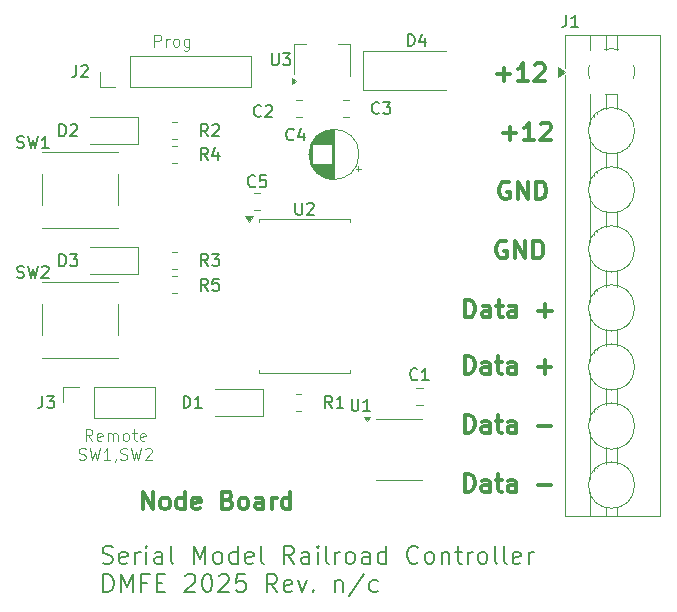
<source format=gbr>
%TF.GenerationSoftware,KiCad,Pcbnew,9.0.0*%
%TF.CreationDate,2025-03-23T15:00:11-07:00*%
%TF.ProjectId,SMRRC,534d5252-432e-46b6-9963-61645f706362,n/c*%
%TF.SameCoordinates,Original*%
%TF.FileFunction,Legend,Top*%
%TF.FilePolarity,Positive*%
%FSLAX46Y46*%
G04 Gerber Fmt 4.6, Leading zero omitted, Abs format (unit mm)*
G04 Created by KiCad (PCBNEW 9.0.0) date 2025-03-23 15:00:11*
%MOMM*%
%LPD*%
G01*
G04 APERTURE LIST*
%ADD10C,0.300000*%
%ADD11C,0.187500*%
%ADD12C,0.100000*%
%ADD13C,0.150000*%
%ADD14C,0.120000*%
G04 APERTURE END LIST*
D10*
X137304510Y-87050828D02*
X137304510Y-85550828D01*
X137304510Y-85550828D02*
X138161653Y-87050828D01*
X138161653Y-87050828D02*
X138161653Y-85550828D01*
X139090225Y-87050828D02*
X138947368Y-86979400D01*
X138947368Y-86979400D02*
X138875939Y-86907971D01*
X138875939Y-86907971D02*
X138804511Y-86765114D01*
X138804511Y-86765114D02*
X138804511Y-86336542D01*
X138804511Y-86336542D02*
X138875939Y-86193685D01*
X138875939Y-86193685D02*
X138947368Y-86122257D01*
X138947368Y-86122257D02*
X139090225Y-86050828D01*
X139090225Y-86050828D02*
X139304511Y-86050828D01*
X139304511Y-86050828D02*
X139447368Y-86122257D01*
X139447368Y-86122257D02*
X139518797Y-86193685D01*
X139518797Y-86193685D02*
X139590225Y-86336542D01*
X139590225Y-86336542D02*
X139590225Y-86765114D01*
X139590225Y-86765114D02*
X139518797Y-86907971D01*
X139518797Y-86907971D02*
X139447368Y-86979400D01*
X139447368Y-86979400D02*
X139304511Y-87050828D01*
X139304511Y-87050828D02*
X139090225Y-87050828D01*
X140875940Y-87050828D02*
X140875940Y-85550828D01*
X140875940Y-86979400D02*
X140733082Y-87050828D01*
X140733082Y-87050828D02*
X140447368Y-87050828D01*
X140447368Y-87050828D02*
X140304511Y-86979400D01*
X140304511Y-86979400D02*
X140233082Y-86907971D01*
X140233082Y-86907971D02*
X140161654Y-86765114D01*
X140161654Y-86765114D02*
X140161654Y-86336542D01*
X140161654Y-86336542D02*
X140233082Y-86193685D01*
X140233082Y-86193685D02*
X140304511Y-86122257D01*
X140304511Y-86122257D02*
X140447368Y-86050828D01*
X140447368Y-86050828D02*
X140733082Y-86050828D01*
X140733082Y-86050828D02*
X140875940Y-86122257D01*
X142161654Y-86979400D02*
X142018797Y-87050828D01*
X142018797Y-87050828D02*
X141733083Y-87050828D01*
X141733083Y-87050828D02*
X141590225Y-86979400D01*
X141590225Y-86979400D02*
X141518797Y-86836542D01*
X141518797Y-86836542D02*
X141518797Y-86265114D01*
X141518797Y-86265114D02*
X141590225Y-86122257D01*
X141590225Y-86122257D02*
X141733083Y-86050828D01*
X141733083Y-86050828D02*
X142018797Y-86050828D01*
X142018797Y-86050828D02*
X142161654Y-86122257D01*
X142161654Y-86122257D02*
X142233083Y-86265114D01*
X142233083Y-86265114D02*
X142233083Y-86407971D01*
X142233083Y-86407971D02*
X141518797Y-86550828D01*
X144518796Y-86265114D02*
X144733082Y-86336542D01*
X144733082Y-86336542D02*
X144804511Y-86407971D01*
X144804511Y-86407971D02*
X144875939Y-86550828D01*
X144875939Y-86550828D02*
X144875939Y-86765114D01*
X144875939Y-86765114D02*
X144804511Y-86907971D01*
X144804511Y-86907971D02*
X144733082Y-86979400D01*
X144733082Y-86979400D02*
X144590225Y-87050828D01*
X144590225Y-87050828D02*
X144018796Y-87050828D01*
X144018796Y-87050828D02*
X144018796Y-85550828D01*
X144018796Y-85550828D02*
X144518796Y-85550828D01*
X144518796Y-85550828D02*
X144661654Y-85622257D01*
X144661654Y-85622257D02*
X144733082Y-85693685D01*
X144733082Y-85693685D02*
X144804511Y-85836542D01*
X144804511Y-85836542D02*
X144804511Y-85979400D01*
X144804511Y-85979400D02*
X144733082Y-86122257D01*
X144733082Y-86122257D02*
X144661654Y-86193685D01*
X144661654Y-86193685D02*
X144518796Y-86265114D01*
X144518796Y-86265114D02*
X144018796Y-86265114D01*
X145733082Y-87050828D02*
X145590225Y-86979400D01*
X145590225Y-86979400D02*
X145518796Y-86907971D01*
X145518796Y-86907971D02*
X145447368Y-86765114D01*
X145447368Y-86765114D02*
X145447368Y-86336542D01*
X145447368Y-86336542D02*
X145518796Y-86193685D01*
X145518796Y-86193685D02*
X145590225Y-86122257D01*
X145590225Y-86122257D02*
X145733082Y-86050828D01*
X145733082Y-86050828D02*
X145947368Y-86050828D01*
X145947368Y-86050828D02*
X146090225Y-86122257D01*
X146090225Y-86122257D02*
X146161654Y-86193685D01*
X146161654Y-86193685D02*
X146233082Y-86336542D01*
X146233082Y-86336542D02*
X146233082Y-86765114D01*
X146233082Y-86765114D02*
X146161654Y-86907971D01*
X146161654Y-86907971D02*
X146090225Y-86979400D01*
X146090225Y-86979400D02*
X145947368Y-87050828D01*
X145947368Y-87050828D02*
X145733082Y-87050828D01*
X147518797Y-87050828D02*
X147518797Y-86265114D01*
X147518797Y-86265114D02*
X147447368Y-86122257D01*
X147447368Y-86122257D02*
X147304511Y-86050828D01*
X147304511Y-86050828D02*
X147018797Y-86050828D01*
X147018797Y-86050828D02*
X146875939Y-86122257D01*
X147518797Y-86979400D02*
X147375939Y-87050828D01*
X147375939Y-87050828D02*
X147018797Y-87050828D01*
X147018797Y-87050828D02*
X146875939Y-86979400D01*
X146875939Y-86979400D02*
X146804511Y-86836542D01*
X146804511Y-86836542D02*
X146804511Y-86693685D01*
X146804511Y-86693685D02*
X146875939Y-86550828D01*
X146875939Y-86550828D02*
X147018797Y-86479400D01*
X147018797Y-86479400D02*
X147375939Y-86479400D01*
X147375939Y-86479400D02*
X147518797Y-86407971D01*
X148233082Y-87050828D02*
X148233082Y-86050828D01*
X148233082Y-86336542D02*
X148304511Y-86193685D01*
X148304511Y-86193685D02*
X148375940Y-86122257D01*
X148375940Y-86122257D02*
X148518797Y-86050828D01*
X148518797Y-86050828D02*
X148661654Y-86050828D01*
X149804511Y-87050828D02*
X149804511Y-85550828D01*
X149804511Y-86979400D02*
X149661653Y-87050828D01*
X149661653Y-87050828D02*
X149375939Y-87050828D01*
X149375939Y-87050828D02*
X149233082Y-86979400D01*
X149233082Y-86979400D02*
X149161653Y-86907971D01*
X149161653Y-86907971D02*
X149090225Y-86765114D01*
X149090225Y-86765114D02*
X149090225Y-86336542D01*
X149090225Y-86336542D02*
X149161653Y-86193685D01*
X149161653Y-86193685D02*
X149233082Y-86122257D01*
X149233082Y-86122257D02*
X149375939Y-86050828D01*
X149375939Y-86050828D02*
X149661653Y-86050828D01*
X149661653Y-86050828D02*
X149804511Y-86122257D01*
D11*
X133909069Y-91570334D02*
X134123355Y-91641762D01*
X134123355Y-91641762D02*
X134480497Y-91641762D01*
X134480497Y-91641762D02*
X134623355Y-91570334D01*
X134623355Y-91570334D02*
X134694783Y-91498905D01*
X134694783Y-91498905D02*
X134766212Y-91356048D01*
X134766212Y-91356048D02*
X134766212Y-91213191D01*
X134766212Y-91213191D02*
X134694783Y-91070334D01*
X134694783Y-91070334D02*
X134623355Y-90998905D01*
X134623355Y-90998905D02*
X134480497Y-90927476D01*
X134480497Y-90927476D02*
X134194783Y-90856048D01*
X134194783Y-90856048D02*
X134051926Y-90784619D01*
X134051926Y-90784619D02*
X133980497Y-90713191D01*
X133980497Y-90713191D02*
X133909069Y-90570334D01*
X133909069Y-90570334D02*
X133909069Y-90427476D01*
X133909069Y-90427476D02*
X133980497Y-90284619D01*
X133980497Y-90284619D02*
X134051926Y-90213191D01*
X134051926Y-90213191D02*
X134194783Y-90141762D01*
X134194783Y-90141762D02*
X134551926Y-90141762D01*
X134551926Y-90141762D02*
X134766212Y-90213191D01*
X135980497Y-91570334D02*
X135837640Y-91641762D01*
X135837640Y-91641762D02*
X135551926Y-91641762D01*
X135551926Y-91641762D02*
X135409068Y-91570334D01*
X135409068Y-91570334D02*
X135337640Y-91427476D01*
X135337640Y-91427476D02*
X135337640Y-90856048D01*
X135337640Y-90856048D02*
X135409068Y-90713191D01*
X135409068Y-90713191D02*
X135551926Y-90641762D01*
X135551926Y-90641762D02*
X135837640Y-90641762D01*
X135837640Y-90641762D02*
X135980497Y-90713191D01*
X135980497Y-90713191D02*
X136051926Y-90856048D01*
X136051926Y-90856048D02*
X136051926Y-90998905D01*
X136051926Y-90998905D02*
X135337640Y-91141762D01*
X136694782Y-91641762D02*
X136694782Y-90641762D01*
X136694782Y-90927476D02*
X136766211Y-90784619D01*
X136766211Y-90784619D02*
X136837640Y-90713191D01*
X136837640Y-90713191D02*
X136980497Y-90641762D01*
X136980497Y-90641762D02*
X137123354Y-90641762D01*
X137623353Y-91641762D02*
X137623353Y-90641762D01*
X137623353Y-90141762D02*
X137551925Y-90213191D01*
X137551925Y-90213191D02*
X137623353Y-90284619D01*
X137623353Y-90284619D02*
X137694782Y-90213191D01*
X137694782Y-90213191D02*
X137623353Y-90141762D01*
X137623353Y-90141762D02*
X137623353Y-90284619D01*
X138980497Y-91641762D02*
X138980497Y-90856048D01*
X138980497Y-90856048D02*
X138909068Y-90713191D01*
X138909068Y-90713191D02*
X138766211Y-90641762D01*
X138766211Y-90641762D02*
X138480497Y-90641762D01*
X138480497Y-90641762D02*
X138337639Y-90713191D01*
X138980497Y-91570334D02*
X138837639Y-91641762D01*
X138837639Y-91641762D02*
X138480497Y-91641762D01*
X138480497Y-91641762D02*
X138337639Y-91570334D01*
X138337639Y-91570334D02*
X138266211Y-91427476D01*
X138266211Y-91427476D02*
X138266211Y-91284619D01*
X138266211Y-91284619D02*
X138337639Y-91141762D01*
X138337639Y-91141762D02*
X138480497Y-91070334D01*
X138480497Y-91070334D02*
X138837639Y-91070334D01*
X138837639Y-91070334D02*
X138980497Y-90998905D01*
X139909068Y-91641762D02*
X139766211Y-91570334D01*
X139766211Y-91570334D02*
X139694782Y-91427476D01*
X139694782Y-91427476D02*
X139694782Y-90141762D01*
X141623353Y-91641762D02*
X141623353Y-90141762D01*
X141623353Y-90141762D02*
X142123353Y-91213191D01*
X142123353Y-91213191D02*
X142623353Y-90141762D01*
X142623353Y-90141762D02*
X142623353Y-91641762D01*
X143551925Y-91641762D02*
X143409068Y-91570334D01*
X143409068Y-91570334D02*
X143337639Y-91498905D01*
X143337639Y-91498905D02*
X143266211Y-91356048D01*
X143266211Y-91356048D02*
X143266211Y-90927476D01*
X143266211Y-90927476D02*
X143337639Y-90784619D01*
X143337639Y-90784619D02*
X143409068Y-90713191D01*
X143409068Y-90713191D02*
X143551925Y-90641762D01*
X143551925Y-90641762D02*
X143766211Y-90641762D01*
X143766211Y-90641762D02*
X143909068Y-90713191D01*
X143909068Y-90713191D02*
X143980497Y-90784619D01*
X143980497Y-90784619D02*
X144051925Y-90927476D01*
X144051925Y-90927476D02*
X144051925Y-91356048D01*
X144051925Y-91356048D02*
X143980497Y-91498905D01*
X143980497Y-91498905D02*
X143909068Y-91570334D01*
X143909068Y-91570334D02*
X143766211Y-91641762D01*
X143766211Y-91641762D02*
X143551925Y-91641762D01*
X145337640Y-91641762D02*
X145337640Y-90141762D01*
X145337640Y-91570334D02*
X145194782Y-91641762D01*
X145194782Y-91641762D02*
X144909068Y-91641762D01*
X144909068Y-91641762D02*
X144766211Y-91570334D01*
X144766211Y-91570334D02*
X144694782Y-91498905D01*
X144694782Y-91498905D02*
X144623354Y-91356048D01*
X144623354Y-91356048D02*
X144623354Y-90927476D01*
X144623354Y-90927476D02*
X144694782Y-90784619D01*
X144694782Y-90784619D02*
X144766211Y-90713191D01*
X144766211Y-90713191D02*
X144909068Y-90641762D01*
X144909068Y-90641762D02*
X145194782Y-90641762D01*
X145194782Y-90641762D02*
X145337640Y-90713191D01*
X146623354Y-91570334D02*
X146480497Y-91641762D01*
X146480497Y-91641762D02*
X146194783Y-91641762D01*
X146194783Y-91641762D02*
X146051925Y-91570334D01*
X146051925Y-91570334D02*
X145980497Y-91427476D01*
X145980497Y-91427476D02*
X145980497Y-90856048D01*
X145980497Y-90856048D02*
X146051925Y-90713191D01*
X146051925Y-90713191D02*
X146194783Y-90641762D01*
X146194783Y-90641762D02*
X146480497Y-90641762D01*
X146480497Y-90641762D02*
X146623354Y-90713191D01*
X146623354Y-90713191D02*
X146694783Y-90856048D01*
X146694783Y-90856048D02*
X146694783Y-90998905D01*
X146694783Y-90998905D02*
X145980497Y-91141762D01*
X147551925Y-91641762D02*
X147409068Y-91570334D01*
X147409068Y-91570334D02*
X147337639Y-91427476D01*
X147337639Y-91427476D02*
X147337639Y-90141762D01*
X150123353Y-91641762D02*
X149623353Y-90927476D01*
X149266210Y-91641762D02*
X149266210Y-90141762D01*
X149266210Y-90141762D02*
X149837639Y-90141762D01*
X149837639Y-90141762D02*
X149980496Y-90213191D01*
X149980496Y-90213191D02*
X150051925Y-90284619D01*
X150051925Y-90284619D02*
X150123353Y-90427476D01*
X150123353Y-90427476D02*
X150123353Y-90641762D01*
X150123353Y-90641762D02*
X150051925Y-90784619D01*
X150051925Y-90784619D02*
X149980496Y-90856048D01*
X149980496Y-90856048D02*
X149837639Y-90927476D01*
X149837639Y-90927476D02*
X149266210Y-90927476D01*
X151409068Y-91641762D02*
X151409068Y-90856048D01*
X151409068Y-90856048D02*
X151337639Y-90713191D01*
X151337639Y-90713191D02*
X151194782Y-90641762D01*
X151194782Y-90641762D02*
X150909068Y-90641762D01*
X150909068Y-90641762D02*
X150766210Y-90713191D01*
X151409068Y-91570334D02*
X151266210Y-91641762D01*
X151266210Y-91641762D02*
X150909068Y-91641762D01*
X150909068Y-91641762D02*
X150766210Y-91570334D01*
X150766210Y-91570334D02*
X150694782Y-91427476D01*
X150694782Y-91427476D02*
X150694782Y-91284619D01*
X150694782Y-91284619D02*
X150766210Y-91141762D01*
X150766210Y-91141762D02*
X150909068Y-91070334D01*
X150909068Y-91070334D02*
X151266210Y-91070334D01*
X151266210Y-91070334D02*
X151409068Y-90998905D01*
X152123353Y-91641762D02*
X152123353Y-90641762D01*
X152123353Y-90141762D02*
X152051925Y-90213191D01*
X152051925Y-90213191D02*
X152123353Y-90284619D01*
X152123353Y-90284619D02*
X152194782Y-90213191D01*
X152194782Y-90213191D02*
X152123353Y-90141762D01*
X152123353Y-90141762D02*
X152123353Y-90284619D01*
X153051925Y-91641762D02*
X152909068Y-91570334D01*
X152909068Y-91570334D02*
X152837639Y-91427476D01*
X152837639Y-91427476D02*
X152837639Y-90141762D01*
X153623353Y-91641762D02*
X153623353Y-90641762D01*
X153623353Y-90927476D02*
X153694782Y-90784619D01*
X153694782Y-90784619D02*
X153766211Y-90713191D01*
X153766211Y-90713191D02*
X153909068Y-90641762D01*
X153909068Y-90641762D02*
X154051925Y-90641762D01*
X154766210Y-91641762D02*
X154623353Y-91570334D01*
X154623353Y-91570334D02*
X154551924Y-91498905D01*
X154551924Y-91498905D02*
X154480496Y-91356048D01*
X154480496Y-91356048D02*
X154480496Y-90927476D01*
X154480496Y-90927476D02*
X154551924Y-90784619D01*
X154551924Y-90784619D02*
X154623353Y-90713191D01*
X154623353Y-90713191D02*
X154766210Y-90641762D01*
X154766210Y-90641762D02*
X154980496Y-90641762D01*
X154980496Y-90641762D02*
X155123353Y-90713191D01*
X155123353Y-90713191D02*
X155194782Y-90784619D01*
X155194782Y-90784619D02*
X155266210Y-90927476D01*
X155266210Y-90927476D02*
X155266210Y-91356048D01*
X155266210Y-91356048D02*
X155194782Y-91498905D01*
X155194782Y-91498905D02*
X155123353Y-91570334D01*
X155123353Y-91570334D02*
X154980496Y-91641762D01*
X154980496Y-91641762D02*
X154766210Y-91641762D01*
X156551925Y-91641762D02*
X156551925Y-90856048D01*
X156551925Y-90856048D02*
X156480496Y-90713191D01*
X156480496Y-90713191D02*
X156337639Y-90641762D01*
X156337639Y-90641762D02*
X156051925Y-90641762D01*
X156051925Y-90641762D02*
X155909067Y-90713191D01*
X156551925Y-91570334D02*
X156409067Y-91641762D01*
X156409067Y-91641762D02*
X156051925Y-91641762D01*
X156051925Y-91641762D02*
X155909067Y-91570334D01*
X155909067Y-91570334D02*
X155837639Y-91427476D01*
X155837639Y-91427476D02*
X155837639Y-91284619D01*
X155837639Y-91284619D02*
X155909067Y-91141762D01*
X155909067Y-91141762D02*
X156051925Y-91070334D01*
X156051925Y-91070334D02*
X156409067Y-91070334D01*
X156409067Y-91070334D02*
X156551925Y-90998905D01*
X157909068Y-91641762D02*
X157909068Y-90141762D01*
X157909068Y-91570334D02*
X157766210Y-91641762D01*
X157766210Y-91641762D02*
X157480496Y-91641762D01*
X157480496Y-91641762D02*
X157337639Y-91570334D01*
X157337639Y-91570334D02*
X157266210Y-91498905D01*
X157266210Y-91498905D02*
X157194782Y-91356048D01*
X157194782Y-91356048D02*
X157194782Y-90927476D01*
X157194782Y-90927476D02*
X157266210Y-90784619D01*
X157266210Y-90784619D02*
X157337639Y-90713191D01*
X157337639Y-90713191D02*
X157480496Y-90641762D01*
X157480496Y-90641762D02*
X157766210Y-90641762D01*
X157766210Y-90641762D02*
X157909068Y-90713191D01*
X160623353Y-91498905D02*
X160551925Y-91570334D01*
X160551925Y-91570334D02*
X160337639Y-91641762D01*
X160337639Y-91641762D02*
X160194782Y-91641762D01*
X160194782Y-91641762D02*
X159980496Y-91570334D01*
X159980496Y-91570334D02*
X159837639Y-91427476D01*
X159837639Y-91427476D02*
X159766210Y-91284619D01*
X159766210Y-91284619D02*
X159694782Y-90998905D01*
X159694782Y-90998905D02*
X159694782Y-90784619D01*
X159694782Y-90784619D02*
X159766210Y-90498905D01*
X159766210Y-90498905D02*
X159837639Y-90356048D01*
X159837639Y-90356048D02*
X159980496Y-90213191D01*
X159980496Y-90213191D02*
X160194782Y-90141762D01*
X160194782Y-90141762D02*
X160337639Y-90141762D01*
X160337639Y-90141762D02*
X160551925Y-90213191D01*
X160551925Y-90213191D02*
X160623353Y-90284619D01*
X161480496Y-91641762D02*
X161337639Y-91570334D01*
X161337639Y-91570334D02*
X161266210Y-91498905D01*
X161266210Y-91498905D02*
X161194782Y-91356048D01*
X161194782Y-91356048D02*
X161194782Y-90927476D01*
X161194782Y-90927476D02*
X161266210Y-90784619D01*
X161266210Y-90784619D02*
X161337639Y-90713191D01*
X161337639Y-90713191D02*
X161480496Y-90641762D01*
X161480496Y-90641762D02*
X161694782Y-90641762D01*
X161694782Y-90641762D02*
X161837639Y-90713191D01*
X161837639Y-90713191D02*
X161909068Y-90784619D01*
X161909068Y-90784619D02*
X161980496Y-90927476D01*
X161980496Y-90927476D02*
X161980496Y-91356048D01*
X161980496Y-91356048D02*
X161909068Y-91498905D01*
X161909068Y-91498905D02*
X161837639Y-91570334D01*
X161837639Y-91570334D02*
X161694782Y-91641762D01*
X161694782Y-91641762D02*
X161480496Y-91641762D01*
X162623353Y-90641762D02*
X162623353Y-91641762D01*
X162623353Y-90784619D02*
X162694782Y-90713191D01*
X162694782Y-90713191D02*
X162837639Y-90641762D01*
X162837639Y-90641762D02*
X163051925Y-90641762D01*
X163051925Y-90641762D02*
X163194782Y-90713191D01*
X163194782Y-90713191D02*
X163266211Y-90856048D01*
X163266211Y-90856048D02*
X163266211Y-91641762D01*
X163766211Y-90641762D02*
X164337639Y-90641762D01*
X163980496Y-90141762D02*
X163980496Y-91427476D01*
X163980496Y-91427476D02*
X164051925Y-91570334D01*
X164051925Y-91570334D02*
X164194782Y-91641762D01*
X164194782Y-91641762D02*
X164337639Y-91641762D01*
X164837639Y-91641762D02*
X164837639Y-90641762D01*
X164837639Y-90927476D02*
X164909068Y-90784619D01*
X164909068Y-90784619D02*
X164980497Y-90713191D01*
X164980497Y-90713191D02*
X165123354Y-90641762D01*
X165123354Y-90641762D02*
X165266211Y-90641762D01*
X165980496Y-91641762D02*
X165837639Y-91570334D01*
X165837639Y-91570334D02*
X165766210Y-91498905D01*
X165766210Y-91498905D02*
X165694782Y-91356048D01*
X165694782Y-91356048D02*
X165694782Y-90927476D01*
X165694782Y-90927476D02*
X165766210Y-90784619D01*
X165766210Y-90784619D02*
X165837639Y-90713191D01*
X165837639Y-90713191D02*
X165980496Y-90641762D01*
X165980496Y-90641762D02*
X166194782Y-90641762D01*
X166194782Y-90641762D02*
X166337639Y-90713191D01*
X166337639Y-90713191D02*
X166409068Y-90784619D01*
X166409068Y-90784619D02*
X166480496Y-90927476D01*
X166480496Y-90927476D02*
X166480496Y-91356048D01*
X166480496Y-91356048D02*
X166409068Y-91498905D01*
X166409068Y-91498905D02*
X166337639Y-91570334D01*
X166337639Y-91570334D02*
X166194782Y-91641762D01*
X166194782Y-91641762D02*
X165980496Y-91641762D01*
X167337639Y-91641762D02*
X167194782Y-91570334D01*
X167194782Y-91570334D02*
X167123353Y-91427476D01*
X167123353Y-91427476D02*
X167123353Y-90141762D01*
X168123353Y-91641762D02*
X167980496Y-91570334D01*
X167980496Y-91570334D02*
X167909067Y-91427476D01*
X167909067Y-91427476D02*
X167909067Y-90141762D01*
X169266210Y-91570334D02*
X169123353Y-91641762D01*
X169123353Y-91641762D02*
X168837639Y-91641762D01*
X168837639Y-91641762D02*
X168694781Y-91570334D01*
X168694781Y-91570334D02*
X168623353Y-91427476D01*
X168623353Y-91427476D02*
X168623353Y-90856048D01*
X168623353Y-90856048D02*
X168694781Y-90713191D01*
X168694781Y-90713191D02*
X168837639Y-90641762D01*
X168837639Y-90641762D02*
X169123353Y-90641762D01*
X169123353Y-90641762D02*
X169266210Y-90713191D01*
X169266210Y-90713191D02*
X169337639Y-90856048D01*
X169337639Y-90856048D02*
X169337639Y-90998905D01*
X169337639Y-90998905D02*
X168623353Y-91141762D01*
X169980495Y-91641762D02*
X169980495Y-90641762D01*
X169980495Y-90927476D02*
X170051924Y-90784619D01*
X170051924Y-90784619D02*
X170123353Y-90713191D01*
X170123353Y-90713191D02*
X170266210Y-90641762D01*
X170266210Y-90641762D02*
X170409067Y-90641762D01*
X133980497Y-94056678D02*
X133980497Y-92556678D01*
X133980497Y-92556678D02*
X134337640Y-92556678D01*
X134337640Y-92556678D02*
X134551926Y-92628107D01*
X134551926Y-92628107D02*
X134694783Y-92770964D01*
X134694783Y-92770964D02*
X134766212Y-92913821D01*
X134766212Y-92913821D02*
X134837640Y-93199535D01*
X134837640Y-93199535D02*
X134837640Y-93413821D01*
X134837640Y-93413821D02*
X134766212Y-93699535D01*
X134766212Y-93699535D02*
X134694783Y-93842392D01*
X134694783Y-93842392D02*
X134551926Y-93985250D01*
X134551926Y-93985250D02*
X134337640Y-94056678D01*
X134337640Y-94056678D02*
X133980497Y-94056678D01*
X135480497Y-94056678D02*
X135480497Y-92556678D01*
X135480497Y-92556678D02*
X135980497Y-93628107D01*
X135980497Y-93628107D02*
X136480497Y-92556678D01*
X136480497Y-92556678D02*
X136480497Y-94056678D01*
X137694783Y-93270964D02*
X137194783Y-93270964D01*
X137194783Y-94056678D02*
X137194783Y-92556678D01*
X137194783Y-92556678D02*
X137909069Y-92556678D01*
X138480497Y-93270964D02*
X138980497Y-93270964D01*
X139194783Y-94056678D02*
X138480497Y-94056678D01*
X138480497Y-94056678D02*
X138480497Y-92556678D01*
X138480497Y-92556678D02*
X139194783Y-92556678D01*
X140909069Y-92699535D02*
X140980497Y-92628107D01*
X140980497Y-92628107D02*
X141123355Y-92556678D01*
X141123355Y-92556678D02*
X141480497Y-92556678D01*
X141480497Y-92556678D02*
X141623355Y-92628107D01*
X141623355Y-92628107D02*
X141694783Y-92699535D01*
X141694783Y-92699535D02*
X141766212Y-92842392D01*
X141766212Y-92842392D02*
X141766212Y-92985250D01*
X141766212Y-92985250D02*
X141694783Y-93199535D01*
X141694783Y-93199535D02*
X140837640Y-94056678D01*
X140837640Y-94056678D02*
X141766212Y-94056678D01*
X142694783Y-92556678D02*
X142837640Y-92556678D01*
X142837640Y-92556678D02*
X142980497Y-92628107D01*
X142980497Y-92628107D02*
X143051926Y-92699535D01*
X143051926Y-92699535D02*
X143123354Y-92842392D01*
X143123354Y-92842392D02*
X143194783Y-93128107D01*
X143194783Y-93128107D02*
X143194783Y-93485250D01*
X143194783Y-93485250D02*
X143123354Y-93770964D01*
X143123354Y-93770964D02*
X143051926Y-93913821D01*
X143051926Y-93913821D02*
X142980497Y-93985250D01*
X142980497Y-93985250D02*
X142837640Y-94056678D01*
X142837640Y-94056678D02*
X142694783Y-94056678D01*
X142694783Y-94056678D02*
X142551926Y-93985250D01*
X142551926Y-93985250D02*
X142480497Y-93913821D01*
X142480497Y-93913821D02*
X142409068Y-93770964D01*
X142409068Y-93770964D02*
X142337640Y-93485250D01*
X142337640Y-93485250D02*
X142337640Y-93128107D01*
X142337640Y-93128107D02*
X142409068Y-92842392D01*
X142409068Y-92842392D02*
X142480497Y-92699535D01*
X142480497Y-92699535D02*
X142551926Y-92628107D01*
X142551926Y-92628107D02*
X142694783Y-92556678D01*
X143766211Y-92699535D02*
X143837639Y-92628107D01*
X143837639Y-92628107D02*
X143980497Y-92556678D01*
X143980497Y-92556678D02*
X144337639Y-92556678D01*
X144337639Y-92556678D02*
X144480497Y-92628107D01*
X144480497Y-92628107D02*
X144551925Y-92699535D01*
X144551925Y-92699535D02*
X144623354Y-92842392D01*
X144623354Y-92842392D02*
X144623354Y-92985250D01*
X144623354Y-92985250D02*
X144551925Y-93199535D01*
X144551925Y-93199535D02*
X143694782Y-94056678D01*
X143694782Y-94056678D02*
X144623354Y-94056678D01*
X145980496Y-92556678D02*
X145266210Y-92556678D01*
X145266210Y-92556678D02*
X145194782Y-93270964D01*
X145194782Y-93270964D02*
X145266210Y-93199535D01*
X145266210Y-93199535D02*
X145409068Y-93128107D01*
X145409068Y-93128107D02*
X145766210Y-93128107D01*
X145766210Y-93128107D02*
X145909068Y-93199535D01*
X145909068Y-93199535D02*
X145980496Y-93270964D01*
X145980496Y-93270964D02*
X146051925Y-93413821D01*
X146051925Y-93413821D02*
X146051925Y-93770964D01*
X146051925Y-93770964D02*
X145980496Y-93913821D01*
X145980496Y-93913821D02*
X145909068Y-93985250D01*
X145909068Y-93985250D02*
X145766210Y-94056678D01*
X145766210Y-94056678D02*
X145409068Y-94056678D01*
X145409068Y-94056678D02*
X145266210Y-93985250D01*
X145266210Y-93985250D02*
X145194782Y-93913821D01*
X148694781Y-94056678D02*
X148194781Y-93342392D01*
X147837638Y-94056678D02*
X147837638Y-92556678D01*
X147837638Y-92556678D02*
X148409067Y-92556678D01*
X148409067Y-92556678D02*
X148551924Y-92628107D01*
X148551924Y-92628107D02*
X148623353Y-92699535D01*
X148623353Y-92699535D02*
X148694781Y-92842392D01*
X148694781Y-92842392D02*
X148694781Y-93056678D01*
X148694781Y-93056678D02*
X148623353Y-93199535D01*
X148623353Y-93199535D02*
X148551924Y-93270964D01*
X148551924Y-93270964D02*
X148409067Y-93342392D01*
X148409067Y-93342392D02*
X147837638Y-93342392D01*
X149909067Y-93985250D02*
X149766210Y-94056678D01*
X149766210Y-94056678D02*
X149480496Y-94056678D01*
X149480496Y-94056678D02*
X149337638Y-93985250D01*
X149337638Y-93985250D02*
X149266210Y-93842392D01*
X149266210Y-93842392D02*
X149266210Y-93270964D01*
X149266210Y-93270964D02*
X149337638Y-93128107D01*
X149337638Y-93128107D02*
X149480496Y-93056678D01*
X149480496Y-93056678D02*
X149766210Y-93056678D01*
X149766210Y-93056678D02*
X149909067Y-93128107D01*
X149909067Y-93128107D02*
X149980496Y-93270964D01*
X149980496Y-93270964D02*
X149980496Y-93413821D01*
X149980496Y-93413821D02*
X149266210Y-93556678D01*
X150480495Y-93056678D02*
X150837638Y-94056678D01*
X150837638Y-94056678D02*
X151194781Y-93056678D01*
X151766209Y-93913821D02*
X151837638Y-93985250D01*
X151837638Y-93985250D02*
X151766209Y-94056678D01*
X151766209Y-94056678D02*
X151694781Y-93985250D01*
X151694781Y-93985250D02*
X151766209Y-93913821D01*
X151766209Y-93913821D02*
X151766209Y-94056678D01*
X153623352Y-93056678D02*
X153623352Y-94056678D01*
X153623352Y-93199535D02*
X153694781Y-93128107D01*
X153694781Y-93128107D02*
X153837638Y-93056678D01*
X153837638Y-93056678D02*
X154051924Y-93056678D01*
X154051924Y-93056678D02*
X154194781Y-93128107D01*
X154194781Y-93128107D02*
X154266210Y-93270964D01*
X154266210Y-93270964D02*
X154266210Y-94056678D01*
X156051924Y-92485250D02*
X154766210Y-94413821D01*
X157194782Y-93985250D02*
X157051924Y-94056678D01*
X157051924Y-94056678D02*
X156766210Y-94056678D01*
X156766210Y-94056678D02*
X156623353Y-93985250D01*
X156623353Y-93985250D02*
X156551924Y-93913821D01*
X156551924Y-93913821D02*
X156480496Y-93770964D01*
X156480496Y-93770964D02*
X156480496Y-93342392D01*
X156480496Y-93342392D02*
X156551924Y-93199535D01*
X156551924Y-93199535D02*
X156623353Y-93128107D01*
X156623353Y-93128107D02*
X156766210Y-93056678D01*
X156766210Y-93056678D02*
X157051924Y-93056678D01*
X157051924Y-93056678D02*
X157194782Y-93128107D01*
D12*
X133047618Y-81262475D02*
X132714285Y-80786284D01*
X132476190Y-81262475D02*
X132476190Y-80262475D01*
X132476190Y-80262475D02*
X132857142Y-80262475D01*
X132857142Y-80262475D02*
X132952380Y-80310094D01*
X132952380Y-80310094D02*
X132999999Y-80357713D01*
X132999999Y-80357713D02*
X133047618Y-80452951D01*
X133047618Y-80452951D02*
X133047618Y-80595808D01*
X133047618Y-80595808D02*
X132999999Y-80691046D01*
X132999999Y-80691046D02*
X132952380Y-80738665D01*
X132952380Y-80738665D02*
X132857142Y-80786284D01*
X132857142Y-80786284D02*
X132476190Y-80786284D01*
X133857142Y-81214856D02*
X133761904Y-81262475D01*
X133761904Y-81262475D02*
X133571428Y-81262475D01*
X133571428Y-81262475D02*
X133476190Y-81214856D01*
X133476190Y-81214856D02*
X133428571Y-81119617D01*
X133428571Y-81119617D02*
X133428571Y-80738665D01*
X133428571Y-80738665D02*
X133476190Y-80643427D01*
X133476190Y-80643427D02*
X133571428Y-80595808D01*
X133571428Y-80595808D02*
X133761904Y-80595808D01*
X133761904Y-80595808D02*
X133857142Y-80643427D01*
X133857142Y-80643427D02*
X133904761Y-80738665D01*
X133904761Y-80738665D02*
X133904761Y-80833903D01*
X133904761Y-80833903D02*
X133428571Y-80929141D01*
X134333333Y-81262475D02*
X134333333Y-80595808D01*
X134333333Y-80691046D02*
X134380952Y-80643427D01*
X134380952Y-80643427D02*
X134476190Y-80595808D01*
X134476190Y-80595808D02*
X134619047Y-80595808D01*
X134619047Y-80595808D02*
X134714285Y-80643427D01*
X134714285Y-80643427D02*
X134761904Y-80738665D01*
X134761904Y-80738665D02*
X134761904Y-81262475D01*
X134761904Y-80738665D02*
X134809523Y-80643427D01*
X134809523Y-80643427D02*
X134904761Y-80595808D01*
X134904761Y-80595808D02*
X135047618Y-80595808D01*
X135047618Y-80595808D02*
X135142857Y-80643427D01*
X135142857Y-80643427D02*
X135190476Y-80738665D01*
X135190476Y-80738665D02*
X135190476Y-81262475D01*
X135809523Y-81262475D02*
X135714285Y-81214856D01*
X135714285Y-81214856D02*
X135666666Y-81167236D01*
X135666666Y-81167236D02*
X135619047Y-81071998D01*
X135619047Y-81071998D02*
X135619047Y-80786284D01*
X135619047Y-80786284D02*
X135666666Y-80691046D01*
X135666666Y-80691046D02*
X135714285Y-80643427D01*
X135714285Y-80643427D02*
X135809523Y-80595808D01*
X135809523Y-80595808D02*
X135952380Y-80595808D01*
X135952380Y-80595808D02*
X136047618Y-80643427D01*
X136047618Y-80643427D02*
X136095237Y-80691046D01*
X136095237Y-80691046D02*
X136142856Y-80786284D01*
X136142856Y-80786284D02*
X136142856Y-81071998D01*
X136142856Y-81071998D02*
X136095237Y-81167236D01*
X136095237Y-81167236D02*
X136047618Y-81214856D01*
X136047618Y-81214856D02*
X135952380Y-81262475D01*
X135952380Y-81262475D02*
X135809523Y-81262475D01*
X136428571Y-80595808D02*
X136809523Y-80595808D01*
X136571428Y-80262475D02*
X136571428Y-81119617D01*
X136571428Y-81119617D02*
X136619047Y-81214856D01*
X136619047Y-81214856D02*
X136714285Y-81262475D01*
X136714285Y-81262475D02*
X136809523Y-81262475D01*
X137523809Y-81214856D02*
X137428571Y-81262475D01*
X137428571Y-81262475D02*
X137238095Y-81262475D01*
X137238095Y-81262475D02*
X137142857Y-81214856D01*
X137142857Y-81214856D02*
X137095238Y-81119617D01*
X137095238Y-81119617D02*
X137095238Y-80738665D01*
X137095238Y-80738665D02*
X137142857Y-80643427D01*
X137142857Y-80643427D02*
X137238095Y-80595808D01*
X137238095Y-80595808D02*
X137428571Y-80595808D01*
X137428571Y-80595808D02*
X137523809Y-80643427D01*
X137523809Y-80643427D02*
X137571428Y-80738665D01*
X137571428Y-80738665D02*
X137571428Y-80833903D01*
X137571428Y-80833903D02*
X137095238Y-80929141D01*
X131904762Y-82824800D02*
X132047619Y-82872419D01*
X132047619Y-82872419D02*
X132285714Y-82872419D01*
X132285714Y-82872419D02*
X132380952Y-82824800D01*
X132380952Y-82824800D02*
X132428571Y-82777180D01*
X132428571Y-82777180D02*
X132476190Y-82681942D01*
X132476190Y-82681942D02*
X132476190Y-82586704D01*
X132476190Y-82586704D02*
X132428571Y-82491466D01*
X132428571Y-82491466D02*
X132380952Y-82443847D01*
X132380952Y-82443847D02*
X132285714Y-82396228D01*
X132285714Y-82396228D02*
X132095238Y-82348609D01*
X132095238Y-82348609D02*
X132000000Y-82300990D01*
X132000000Y-82300990D02*
X131952381Y-82253371D01*
X131952381Y-82253371D02*
X131904762Y-82158133D01*
X131904762Y-82158133D02*
X131904762Y-82062895D01*
X131904762Y-82062895D02*
X131952381Y-81967657D01*
X131952381Y-81967657D02*
X132000000Y-81920038D01*
X132000000Y-81920038D02*
X132095238Y-81872419D01*
X132095238Y-81872419D02*
X132333333Y-81872419D01*
X132333333Y-81872419D02*
X132476190Y-81920038D01*
X132809524Y-81872419D02*
X133047619Y-82872419D01*
X133047619Y-82872419D02*
X133238095Y-82158133D01*
X133238095Y-82158133D02*
X133428571Y-82872419D01*
X133428571Y-82872419D02*
X133666667Y-81872419D01*
X134571428Y-82872419D02*
X134000000Y-82872419D01*
X134285714Y-82872419D02*
X134285714Y-81872419D01*
X134285714Y-81872419D02*
X134190476Y-82015276D01*
X134190476Y-82015276D02*
X134095238Y-82110514D01*
X134095238Y-82110514D02*
X134000000Y-82158133D01*
X135047619Y-82824800D02*
X135047619Y-82872419D01*
X135047619Y-82872419D02*
X135000000Y-82967657D01*
X135000000Y-82967657D02*
X134952381Y-83015276D01*
X135428571Y-82824800D02*
X135571428Y-82872419D01*
X135571428Y-82872419D02*
X135809523Y-82872419D01*
X135809523Y-82872419D02*
X135904761Y-82824800D01*
X135904761Y-82824800D02*
X135952380Y-82777180D01*
X135952380Y-82777180D02*
X135999999Y-82681942D01*
X135999999Y-82681942D02*
X135999999Y-82586704D01*
X135999999Y-82586704D02*
X135952380Y-82491466D01*
X135952380Y-82491466D02*
X135904761Y-82443847D01*
X135904761Y-82443847D02*
X135809523Y-82396228D01*
X135809523Y-82396228D02*
X135619047Y-82348609D01*
X135619047Y-82348609D02*
X135523809Y-82300990D01*
X135523809Y-82300990D02*
X135476190Y-82253371D01*
X135476190Y-82253371D02*
X135428571Y-82158133D01*
X135428571Y-82158133D02*
X135428571Y-82062895D01*
X135428571Y-82062895D02*
X135476190Y-81967657D01*
X135476190Y-81967657D02*
X135523809Y-81920038D01*
X135523809Y-81920038D02*
X135619047Y-81872419D01*
X135619047Y-81872419D02*
X135857142Y-81872419D01*
X135857142Y-81872419D02*
X135999999Y-81920038D01*
X136333333Y-81872419D02*
X136571428Y-82872419D01*
X136571428Y-82872419D02*
X136761904Y-82158133D01*
X136761904Y-82158133D02*
X136952380Y-82872419D01*
X136952380Y-82872419D02*
X137190476Y-81872419D01*
X137523809Y-81967657D02*
X137571428Y-81920038D01*
X137571428Y-81920038D02*
X137666666Y-81872419D01*
X137666666Y-81872419D02*
X137904761Y-81872419D01*
X137904761Y-81872419D02*
X137999999Y-81920038D01*
X137999999Y-81920038D02*
X138047618Y-81967657D01*
X138047618Y-81967657D02*
X138095237Y-82062895D01*
X138095237Y-82062895D02*
X138095237Y-82158133D01*
X138095237Y-82158133D02*
X138047618Y-82300990D01*
X138047618Y-82300990D02*
X137476190Y-82872419D01*
X137476190Y-82872419D02*
X138095237Y-82872419D01*
X138303884Y-47872419D02*
X138303884Y-46872419D01*
X138303884Y-46872419D02*
X138684836Y-46872419D01*
X138684836Y-46872419D02*
X138780074Y-46920038D01*
X138780074Y-46920038D02*
X138827693Y-46967657D01*
X138827693Y-46967657D02*
X138875312Y-47062895D01*
X138875312Y-47062895D02*
X138875312Y-47205752D01*
X138875312Y-47205752D02*
X138827693Y-47300990D01*
X138827693Y-47300990D02*
X138780074Y-47348609D01*
X138780074Y-47348609D02*
X138684836Y-47396228D01*
X138684836Y-47396228D02*
X138303884Y-47396228D01*
X139303884Y-47872419D02*
X139303884Y-47205752D01*
X139303884Y-47396228D02*
X139351503Y-47300990D01*
X139351503Y-47300990D02*
X139399122Y-47253371D01*
X139399122Y-47253371D02*
X139494360Y-47205752D01*
X139494360Y-47205752D02*
X139589598Y-47205752D01*
X140065789Y-47872419D02*
X139970551Y-47824800D01*
X139970551Y-47824800D02*
X139922932Y-47777180D01*
X139922932Y-47777180D02*
X139875313Y-47681942D01*
X139875313Y-47681942D02*
X139875313Y-47396228D01*
X139875313Y-47396228D02*
X139922932Y-47300990D01*
X139922932Y-47300990D02*
X139970551Y-47253371D01*
X139970551Y-47253371D02*
X140065789Y-47205752D01*
X140065789Y-47205752D02*
X140208646Y-47205752D01*
X140208646Y-47205752D02*
X140303884Y-47253371D01*
X140303884Y-47253371D02*
X140351503Y-47300990D01*
X140351503Y-47300990D02*
X140399122Y-47396228D01*
X140399122Y-47396228D02*
X140399122Y-47681942D01*
X140399122Y-47681942D02*
X140351503Y-47777180D01*
X140351503Y-47777180D02*
X140303884Y-47824800D01*
X140303884Y-47824800D02*
X140208646Y-47872419D01*
X140208646Y-47872419D02*
X140065789Y-47872419D01*
X141256265Y-47205752D02*
X141256265Y-48015276D01*
X141256265Y-48015276D02*
X141208646Y-48110514D01*
X141208646Y-48110514D02*
X141161027Y-48158133D01*
X141161027Y-48158133D02*
X141065789Y-48205752D01*
X141065789Y-48205752D02*
X140922932Y-48205752D01*
X140922932Y-48205752D02*
X140827694Y-48158133D01*
X141256265Y-47824800D02*
X141161027Y-47872419D01*
X141161027Y-47872419D02*
X140970551Y-47872419D01*
X140970551Y-47872419D02*
X140875313Y-47824800D01*
X140875313Y-47824800D02*
X140827694Y-47777180D01*
X140827694Y-47777180D02*
X140780075Y-47681942D01*
X140780075Y-47681942D02*
X140780075Y-47396228D01*
X140780075Y-47396228D02*
X140827694Y-47300990D01*
X140827694Y-47300990D02*
X140875313Y-47253371D01*
X140875313Y-47253371D02*
X140970551Y-47205752D01*
X140970551Y-47205752D02*
X141161027Y-47205752D01*
X141161027Y-47205752D02*
X141256265Y-47253371D01*
D10*
X164554510Y-85550828D02*
X164554510Y-84050828D01*
X164554510Y-84050828D02*
X164911653Y-84050828D01*
X164911653Y-84050828D02*
X165125939Y-84122257D01*
X165125939Y-84122257D02*
X165268796Y-84265114D01*
X165268796Y-84265114D02*
X165340225Y-84407971D01*
X165340225Y-84407971D02*
X165411653Y-84693685D01*
X165411653Y-84693685D02*
X165411653Y-84907971D01*
X165411653Y-84907971D02*
X165340225Y-85193685D01*
X165340225Y-85193685D02*
X165268796Y-85336542D01*
X165268796Y-85336542D02*
X165125939Y-85479400D01*
X165125939Y-85479400D02*
X164911653Y-85550828D01*
X164911653Y-85550828D02*
X164554510Y-85550828D01*
X166697368Y-85550828D02*
X166697368Y-84765114D01*
X166697368Y-84765114D02*
X166625939Y-84622257D01*
X166625939Y-84622257D02*
X166483082Y-84550828D01*
X166483082Y-84550828D02*
X166197368Y-84550828D01*
X166197368Y-84550828D02*
X166054510Y-84622257D01*
X166697368Y-85479400D02*
X166554510Y-85550828D01*
X166554510Y-85550828D02*
X166197368Y-85550828D01*
X166197368Y-85550828D02*
X166054510Y-85479400D01*
X166054510Y-85479400D02*
X165983082Y-85336542D01*
X165983082Y-85336542D02*
X165983082Y-85193685D01*
X165983082Y-85193685D02*
X166054510Y-85050828D01*
X166054510Y-85050828D02*
X166197368Y-84979400D01*
X166197368Y-84979400D02*
X166554510Y-84979400D01*
X166554510Y-84979400D02*
X166697368Y-84907971D01*
X167197368Y-84550828D02*
X167768796Y-84550828D01*
X167411653Y-84050828D02*
X167411653Y-85336542D01*
X167411653Y-85336542D02*
X167483082Y-85479400D01*
X167483082Y-85479400D02*
X167625939Y-85550828D01*
X167625939Y-85550828D02*
X167768796Y-85550828D01*
X168911654Y-85550828D02*
X168911654Y-84765114D01*
X168911654Y-84765114D02*
X168840225Y-84622257D01*
X168840225Y-84622257D02*
X168697368Y-84550828D01*
X168697368Y-84550828D02*
X168411654Y-84550828D01*
X168411654Y-84550828D02*
X168268796Y-84622257D01*
X168911654Y-85479400D02*
X168768796Y-85550828D01*
X168768796Y-85550828D02*
X168411654Y-85550828D01*
X168411654Y-85550828D02*
X168268796Y-85479400D01*
X168268796Y-85479400D02*
X168197368Y-85336542D01*
X168197368Y-85336542D02*
X168197368Y-85193685D01*
X168197368Y-85193685D02*
X168268796Y-85050828D01*
X168268796Y-85050828D02*
X168411654Y-84979400D01*
X168411654Y-84979400D02*
X168768796Y-84979400D01*
X168768796Y-84979400D02*
X168911654Y-84907971D01*
X170768796Y-84979400D02*
X171911654Y-84979400D01*
X164554510Y-80550828D02*
X164554510Y-79050828D01*
X164554510Y-79050828D02*
X164911653Y-79050828D01*
X164911653Y-79050828D02*
X165125939Y-79122257D01*
X165125939Y-79122257D02*
X165268796Y-79265114D01*
X165268796Y-79265114D02*
X165340225Y-79407971D01*
X165340225Y-79407971D02*
X165411653Y-79693685D01*
X165411653Y-79693685D02*
X165411653Y-79907971D01*
X165411653Y-79907971D02*
X165340225Y-80193685D01*
X165340225Y-80193685D02*
X165268796Y-80336542D01*
X165268796Y-80336542D02*
X165125939Y-80479400D01*
X165125939Y-80479400D02*
X164911653Y-80550828D01*
X164911653Y-80550828D02*
X164554510Y-80550828D01*
X166697368Y-80550828D02*
X166697368Y-79765114D01*
X166697368Y-79765114D02*
X166625939Y-79622257D01*
X166625939Y-79622257D02*
X166483082Y-79550828D01*
X166483082Y-79550828D02*
X166197368Y-79550828D01*
X166197368Y-79550828D02*
X166054510Y-79622257D01*
X166697368Y-80479400D02*
X166554510Y-80550828D01*
X166554510Y-80550828D02*
X166197368Y-80550828D01*
X166197368Y-80550828D02*
X166054510Y-80479400D01*
X166054510Y-80479400D02*
X165983082Y-80336542D01*
X165983082Y-80336542D02*
X165983082Y-80193685D01*
X165983082Y-80193685D02*
X166054510Y-80050828D01*
X166054510Y-80050828D02*
X166197368Y-79979400D01*
X166197368Y-79979400D02*
X166554510Y-79979400D01*
X166554510Y-79979400D02*
X166697368Y-79907971D01*
X167197368Y-79550828D02*
X167768796Y-79550828D01*
X167411653Y-79050828D02*
X167411653Y-80336542D01*
X167411653Y-80336542D02*
X167483082Y-80479400D01*
X167483082Y-80479400D02*
X167625939Y-80550828D01*
X167625939Y-80550828D02*
X167768796Y-80550828D01*
X168911654Y-80550828D02*
X168911654Y-79765114D01*
X168911654Y-79765114D02*
X168840225Y-79622257D01*
X168840225Y-79622257D02*
X168697368Y-79550828D01*
X168697368Y-79550828D02*
X168411654Y-79550828D01*
X168411654Y-79550828D02*
X168268796Y-79622257D01*
X168911654Y-80479400D02*
X168768796Y-80550828D01*
X168768796Y-80550828D02*
X168411654Y-80550828D01*
X168411654Y-80550828D02*
X168268796Y-80479400D01*
X168268796Y-80479400D02*
X168197368Y-80336542D01*
X168197368Y-80336542D02*
X168197368Y-80193685D01*
X168197368Y-80193685D02*
X168268796Y-80050828D01*
X168268796Y-80050828D02*
X168411654Y-79979400D01*
X168411654Y-79979400D02*
X168768796Y-79979400D01*
X168768796Y-79979400D02*
X168911654Y-79907971D01*
X170768796Y-79979400D02*
X171911654Y-79979400D01*
X164554510Y-75550828D02*
X164554510Y-74050828D01*
X164554510Y-74050828D02*
X164911653Y-74050828D01*
X164911653Y-74050828D02*
X165125939Y-74122257D01*
X165125939Y-74122257D02*
X165268796Y-74265114D01*
X165268796Y-74265114D02*
X165340225Y-74407971D01*
X165340225Y-74407971D02*
X165411653Y-74693685D01*
X165411653Y-74693685D02*
X165411653Y-74907971D01*
X165411653Y-74907971D02*
X165340225Y-75193685D01*
X165340225Y-75193685D02*
X165268796Y-75336542D01*
X165268796Y-75336542D02*
X165125939Y-75479400D01*
X165125939Y-75479400D02*
X164911653Y-75550828D01*
X164911653Y-75550828D02*
X164554510Y-75550828D01*
X166697368Y-75550828D02*
X166697368Y-74765114D01*
X166697368Y-74765114D02*
X166625939Y-74622257D01*
X166625939Y-74622257D02*
X166483082Y-74550828D01*
X166483082Y-74550828D02*
X166197368Y-74550828D01*
X166197368Y-74550828D02*
X166054510Y-74622257D01*
X166697368Y-75479400D02*
X166554510Y-75550828D01*
X166554510Y-75550828D02*
X166197368Y-75550828D01*
X166197368Y-75550828D02*
X166054510Y-75479400D01*
X166054510Y-75479400D02*
X165983082Y-75336542D01*
X165983082Y-75336542D02*
X165983082Y-75193685D01*
X165983082Y-75193685D02*
X166054510Y-75050828D01*
X166054510Y-75050828D02*
X166197368Y-74979400D01*
X166197368Y-74979400D02*
X166554510Y-74979400D01*
X166554510Y-74979400D02*
X166697368Y-74907971D01*
X167197368Y-74550828D02*
X167768796Y-74550828D01*
X167411653Y-74050828D02*
X167411653Y-75336542D01*
X167411653Y-75336542D02*
X167483082Y-75479400D01*
X167483082Y-75479400D02*
X167625939Y-75550828D01*
X167625939Y-75550828D02*
X167768796Y-75550828D01*
X168911654Y-75550828D02*
X168911654Y-74765114D01*
X168911654Y-74765114D02*
X168840225Y-74622257D01*
X168840225Y-74622257D02*
X168697368Y-74550828D01*
X168697368Y-74550828D02*
X168411654Y-74550828D01*
X168411654Y-74550828D02*
X168268796Y-74622257D01*
X168911654Y-75479400D02*
X168768796Y-75550828D01*
X168768796Y-75550828D02*
X168411654Y-75550828D01*
X168411654Y-75550828D02*
X168268796Y-75479400D01*
X168268796Y-75479400D02*
X168197368Y-75336542D01*
X168197368Y-75336542D02*
X168197368Y-75193685D01*
X168197368Y-75193685D02*
X168268796Y-75050828D01*
X168268796Y-75050828D02*
X168411654Y-74979400D01*
X168411654Y-74979400D02*
X168768796Y-74979400D01*
X168768796Y-74979400D02*
X168911654Y-74907971D01*
X170768796Y-74979400D02*
X171911654Y-74979400D01*
X171340225Y-75550828D02*
X171340225Y-74407971D01*
X164592010Y-70800828D02*
X164592010Y-69300828D01*
X164592010Y-69300828D02*
X164949153Y-69300828D01*
X164949153Y-69300828D02*
X165163439Y-69372257D01*
X165163439Y-69372257D02*
X165306296Y-69515114D01*
X165306296Y-69515114D02*
X165377725Y-69657971D01*
X165377725Y-69657971D02*
X165449153Y-69943685D01*
X165449153Y-69943685D02*
X165449153Y-70157971D01*
X165449153Y-70157971D02*
X165377725Y-70443685D01*
X165377725Y-70443685D02*
X165306296Y-70586542D01*
X165306296Y-70586542D02*
X165163439Y-70729400D01*
X165163439Y-70729400D02*
X164949153Y-70800828D01*
X164949153Y-70800828D02*
X164592010Y-70800828D01*
X166734868Y-70800828D02*
X166734868Y-70015114D01*
X166734868Y-70015114D02*
X166663439Y-69872257D01*
X166663439Y-69872257D02*
X166520582Y-69800828D01*
X166520582Y-69800828D02*
X166234868Y-69800828D01*
X166234868Y-69800828D02*
X166092010Y-69872257D01*
X166734868Y-70729400D02*
X166592010Y-70800828D01*
X166592010Y-70800828D02*
X166234868Y-70800828D01*
X166234868Y-70800828D02*
X166092010Y-70729400D01*
X166092010Y-70729400D02*
X166020582Y-70586542D01*
X166020582Y-70586542D02*
X166020582Y-70443685D01*
X166020582Y-70443685D02*
X166092010Y-70300828D01*
X166092010Y-70300828D02*
X166234868Y-70229400D01*
X166234868Y-70229400D02*
X166592010Y-70229400D01*
X166592010Y-70229400D02*
X166734868Y-70157971D01*
X167234868Y-69800828D02*
X167806296Y-69800828D01*
X167449153Y-69300828D02*
X167449153Y-70586542D01*
X167449153Y-70586542D02*
X167520582Y-70729400D01*
X167520582Y-70729400D02*
X167663439Y-70800828D01*
X167663439Y-70800828D02*
X167806296Y-70800828D01*
X168949154Y-70800828D02*
X168949154Y-70015114D01*
X168949154Y-70015114D02*
X168877725Y-69872257D01*
X168877725Y-69872257D02*
X168734868Y-69800828D01*
X168734868Y-69800828D02*
X168449154Y-69800828D01*
X168449154Y-69800828D02*
X168306296Y-69872257D01*
X168949154Y-70729400D02*
X168806296Y-70800828D01*
X168806296Y-70800828D02*
X168449154Y-70800828D01*
X168449154Y-70800828D02*
X168306296Y-70729400D01*
X168306296Y-70729400D02*
X168234868Y-70586542D01*
X168234868Y-70586542D02*
X168234868Y-70443685D01*
X168234868Y-70443685D02*
X168306296Y-70300828D01*
X168306296Y-70300828D02*
X168449154Y-70229400D01*
X168449154Y-70229400D02*
X168806296Y-70229400D01*
X168806296Y-70229400D02*
X168949154Y-70157971D01*
X170806296Y-70229400D02*
X171949154Y-70229400D01*
X171377725Y-70800828D02*
X171377725Y-69657971D01*
X168090225Y-64372257D02*
X167947368Y-64300828D01*
X167947368Y-64300828D02*
X167733082Y-64300828D01*
X167733082Y-64300828D02*
X167518796Y-64372257D01*
X167518796Y-64372257D02*
X167375939Y-64515114D01*
X167375939Y-64515114D02*
X167304510Y-64657971D01*
X167304510Y-64657971D02*
X167233082Y-64943685D01*
X167233082Y-64943685D02*
X167233082Y-65157971D01*
X167233082Y-65157971D02*
X167304510Y-65443685D01*
X167304510Y-65443685D02*
X167375939Y-65586542D01*
X167375939Y-65586542D02*
X167518796Y-65729400D01*
X167518796Y-65729400D02*
X167733082Y-65800828D01*
X167733082Y-65800828D02*
X167875939Y-65800828D01*
X167875939Y-65800828D02*
X168090225Y-65729400D01*
X168090225Y-65729400D02*
X168161653Y-65657971D01*
X168161653Y-65657971D02*
X168161653Y-65157971D01*
X168161653Y-65157971D02*
X167875939Y-65157971D01*
X168804510Y-65800828D02*
X168804510Y-64300828D01*
X168804510Y-64300828D02*
X169661653Y-65800828D01*
X169661653Y-65800828D02*
X169661653Y-64300828D01*
X170375939Y-65800828D02*
X170375939Y-64300828D01*
X170375939Y-64300828D02*
X170733082Y-64300828D01*
X170733082Y-64300828D02*
X170947368Y-64372257D01*
X170947368Y-64372257D02*
X171090225Y-64515114D01*
X171090225Y-64515114D02*
X171161654Y-64657971D01*
X171161654Y-64657971D02*
X171233082Y-64943685D01*
X171233082Y-64943685D02*
X171233082Y-65157971D01*
X171233082Y-65157971D02*
X171161654Y-65443685D01*
X171161654Y-65443685D02*
X171090225Y-65586542D01*
X171090225Y-65586542D02*
X170947368Y-65729400D01*
X170947368Y-65729400D02*
X170733082Y-65800828D01*
X170733082Y-65800828D02*
X170375939Y-65800828D01*
X168340225Y-59372257D02*
X168197368Y-59300828D01*
X168197368Y-59300828D02*
X167983082Y-59300828D01*
X167983082Y-59300828D02*
X167768796Y-59372257D01*
X167768796Y-59372257D02*
X167625939Y-59515114D01*
X167625939Y-59515114D02*
X167554510Y-59657971D01*
X167554510Y-59657971D02*
X167483082Y-59943685D01*
X167483082Y-59943685D02*
X167483082Y-60157971D01*
X167483082Y-60157971D02*
X167554510Y-60443685D01*
X167554510Y-60443685D02*
X167625939Y-60586542D01*
X167625939Y-60586542D02*
X167768796Y-60729400D01*
X167768796Y-60729400D02*
X167983082Y-60800828D01*
X167983082Y-60800828D02*
X168125939Y-60800828D01*
X168125939Y-60800828D02*
X168340225Y-60729400D01*
X168340225Y-60729400D02*
X168411653Y-60657971D01*
X168411653Y-60657971D02*
X168411653Y-60157971D01*
X168411653Y-60157971D02*
X168125939Y-60157971D01*
X169054510Y-60800828D02*
X169054510Y-59300828D01*
X169054510Y-59300828D02*
X169911653Y-60800828D01*
X169911653Y-60800828D02*
X169911653Y-59300828D01*
X170625939Y-60800828D02*
X170625939Y-59300828D01*
X170625939Y-59300828D02*
X170983082Y-59300828D01*
X170983082Y-59300828D02*
X171197368Y-59372257D01*
X171197368Y-59372257D02*
X171340225Y-59515114D01*
X171340225Y-59515114D02*
X171411654Y-59657971D01*
X171411654Y-59657971D02*
X171483082Y-59943685D01*
X171483082Y-59943685D02*
X171483082Y-60157971D01*
X171483082Y-60157971D02*
X171411654Y-60443685D01*
X171411654Y-60443685D02*
X171340225Y-60586542D01*
X171340225Y-60586542D02*
X171197368Y-60729400D01*
X171197368Y-60729400D02*
X170983082Y-60800828D01*
X170983082Y-60800828D02*
X170625939Y-60800828D01*
X167804510Y-55229400D02*
X168947368Y-55229400D01*
X168375939Y-55800828D02*
X168375939Y-54657971D01*
X170447368Y-55800828D02*
X169590225Y-55800828D01*
X170018796Y-55800828D02*
X170018796Y-54300828D01*
X170018796Y-54300828D02*
X169875939Y-54515114D01*
X169875939Y-54515114D02*
X169733082Y-54657971D01*
X169733082Y-54657971D02*
X169590225Y-54729400D01*
X171018796Y-54443685D02*
X171090224Y-54372257D01*
X171090224Y-54372257D02*
X171233082Y-54300828D01*
X171233082Y-54300828D02*
X171590224Y-54300828D01*
X171590224Y-54300828D02*
X171733082Y-54372257D01*
X171733082Y-54372257D02*
X171804510Y-54443685D01*
X171804510Y-54443685D02*
X171875939Y-54586542D01*
X171875939Y-54586542D02*
X171875939Y-54729400D01*
X171875939Y-54729400D02*
X171804510Y-54943685D01*
X171804510Y-54943685D02*
X170947367Y-55800828D01*
X170947367Y-55800828D02*
X171875939Y-55800828D01*
X167304510Y-50229400D02*
X168447368Y-50229400D01*
X167875939Y-50800828D02*
X167875939Y-49657971D01*
X169947368Y-50800828D02*
X169090225Y-50800828D01*
X169518796Y-50800828D02*
X169518796Y-49300828D01*
X169518796Y-49300828D02*
X169375939Y-49515114D01*
X169375939Y-49515114D02*
X169233082Y-49657971D01*
X169233082Y-49657971D02*
X169090225Y-49729400D01*
X170518796Y-49443685D02*
X170590224Y-49372257D01*
X170590224Y-49372257D02*
X170733082Y-49300828D01*
X170733082Y-49300828D02*
X171090224Y-49300828D01*
X171090224Y-49300828D02*
X171233082Y-49372257D01*
X171233082Y-49372257D02*
X171304510Y-49443685D01*
X171304510Y-49443685D02*
X171375939Y-49586542D01*
X171375939Y-49586542D02*
X171375939Y-49729400D01*
X171375939Y-49729400D02*
X171304510Y-49943685D01*
X171304510Y-49943685D02*
X170447367Y-50800828D01*
X170447367Y-50800828D02*
X171375939Y-50800828D01*
D13*
X159761905Y-47817319D02*
X159761905Y-46817319D01*
X159761905Y-46817319D02*
X160000000Y-46817319D01*
X160000000Y-46817319D02*
X160142857Y-46864938D01*
X160142857Y-46864938D02*
X160238095Y-46960176D01*
X160238095Y-46960176D02*
X160285714Y-47055414D01*
X160285714Y-47055414D02*
X160333333Y-47245890D01*
X160333333Y-47245890D02*
X160333333Y-47388747D01*
X160333333Y-47388747D02*
X160285714Y-47579223D01*
X160285714Y-47579223D02*
X160238095Y-47674461D01*
X160238095Y-47674461D02*
X160142857Y-47769700D01*
X160142857Y-47769700D02*
X160000000Y-47817319D01*
X160000000Y-47817319D02*
X159761905Y-47817319D01*
X161190476Y-47150652D02*
X161190476Y-47817319D01*
X160952381Y-46769700D02*
X160714286Y-47483985D01*
X160714286Y-47483985D02*
X161333333Y-47483985D01*
X148238095Y-48454819D02*
X148238095Y-49264342D01*
X148238095Y-49264342D02*
X148285714Y-49359580D01*
X148285714Y-49359580D02*
X148333333Y-49407200D01*
X148333333Y-49407200D02*
X148428571Y-49454819D01*
X148428571Y-49454819D02*
X148619047Y-49454819D01*
X148619047Y-49454819D02*
X148714285Y-49407200D01*
X148714285Y-49407200D02*
X148761904Y-49359580D01*
X148761904Y-49359580D02*
X148809523Y-49264342D01*
X148809523Y-49264342D02*
X148809523Y-48454819D01*
X149190476Y-48454819D02*
X149809523Y-48454819D01*
X149809523Y-48454819D02*
X149476190Y-48835771D01*
X149476190Y-48835771D02*
X149619047Y-48835771D01*
X149619047Y-48835771D02*
X149714285Y-48883390D01*
X149714285Y-48883390D02*
X149761904Y-48931009D01*
X149761904Y-48931009D02*
X149809523Y-49026247D01*
X149809523Y-49026247D02*
X149809523Y-49264342D01*
X149809523Y-49264342D02*
X149761904Y-49359580D01*
X149761904Y-49359580D02*
X149714285Y-49407200D01*
X149714285Y-49407200D02*
X149619047Y-49454819D01*
X149619047Y-49454819D02*
X149333333Y-49454819D01*
X149333333Y-49454819D02*
X149238095Y-49407200D01*
X149238095Y-49407200D02*
X149190476Y-49359580D01*
X150238095Y-61104819D02*
X150238095Y-61914342D01*
X150238095Y-61914342D02*
X150285714Y-62009580D01*
X150285714Y-62009580D02*
X150333333Y-62057200D01*
X150333333Y-62057200D02*
X150428571Y-62104819D01*
X150428571Y-62104819D02*
X150619047Y-62104819D01*
X150619047Y-62104819D02*
X150714285Y-62057200D01*
X150714285Y-62057200D02*
X150761904Y-62009580D01*
X150761904Y-62009580D02*
X150809523Y-61914342D01*
X150809523Y-61914342D02*
X150809523Y-61104819D01*
X151238095Y-61200057D02*
X151285714Y-61152438D01*
X151285714Y-61152438D02*
X151380952Y-61104819D01*
X151380952Y-61104819D02*
X151619047Y-61104819D01*
X151619047Y-61104819D02*
X151714285Y-61152438D01*
X151714285Y-61152438D02*
X151761904Y-61200057D01*
X151761904Y-61200057D02*
X151809523Y-61295295D01*
X151809523Y-61295295D02*
X151809523Y-61390533D01*
X151809523Y-61390533D02*
X151761904Y-61533390D01*
X151761904Y-61533390D02*
X151190476Y-62104819D01*
X151190476Y-62104819D02*
X151809523Y-62104819D01*
X154988095Y-77704819D02*
X154988095Y-78514342D01*
X154988095Y-78514342D02*
X155035714Y-78609580D01*
X155035714Y-78609580D02*
X155083333Y-78657200D01*
X155083333Y-78657200D02*
X155178571Y-78704819D01*
X155178571Y-78704819D02*
X155369047Y-78704819D01*
X155369047Y-78704819D02*
X155464285Y-78657200D01*
X155464285Y-78657200D02*
X155511904Y-78609580D01*
X155511904Y-78609580D02*
X155559523Y-78514342D01*
X155559523Y-78514342D02*
X155559523Y-77704819D01*
X156559523Y-78704819D02*
X155988095Y-78704819D01*
X156273809Y-78704819D02*
X156273809Y-77704819D01*
X156273809Y-77704819D02*
X156178571Y-77847676D01*
X156178571Y-77847676D02*
X156083333Y-77942914D01*
X156083333Y-77942914D02*
X155988095Y-77990533D01*
X126666667Y-67407200D02*
X126809524Y-67454819D01*
X126809524Y-67454819D02*
X127047619Y-67454819D01*
X127047619Y-67454819D02*
X127142857Y-67407200D01*
X127142857Y-67407200D02*
X127190476Y-67359580D01*
X127190476Y-67359580D02*
X127238095Y-67264342D01*
X127238095Y-67264342D02*
X127238095Y-67169104D01*
X127238095Y-67169104D02*
X127190476Y-67073866D01*
X127190476Y-67073866D02*
X127142857Y-67026247D01*
X127142857Y-67026247D02*
X127047619Y-66978628D01*
X127047619Y-66978628D02*
X126857143Y-66931009D01*
X126857143Y-66931009D02*
X126761905Y-66883390D01*
X126761905Y-66883390D02*
X126714286Y-66835771D01*
X126714286Y-66835771D02*
X126666667Y-66740533D01*
X126666667Y-66740533D02*
X126666667Y-66645295D01*
X126666667Y-66645295D02*
X126714286Y-66550057D01*
X126714286Y-66550057D02*
X126761905Y-66502438D01*
X126761905Y-66502438D02*
X126857143Y-66454819D01*
X126857143Y-66454819D02*
X127095238Y-66454819D01*
X127095238Y-66454819D02*
X127238095Y-66502438D01*
X127571429Y-66454819D02*
X127809524Y-67454819D01*
X127809524Y-67454819D02*
X128000000Y-66740533D01*
X128000000Y-66740533D02*
X128190476Y-67454819D01*
X128190476Y-67454819D02*
X128428572Y-66454819D01*
X128761905Y-66550057D02*
X128809524Y-66502438D01*
X128809524Y-66502438D02*
X128904762Y-66454819D01*
X128904762Y-66454819D02*
X129142857Y-66454819D01*
X129142857Y-66454819D02*
X129238095Y-66502438D01*
X129238095Y-66502438D02*
X129285714Y-66550057D01*
X129285714Y-66550057D02*
X129333333Y-66645295D01*
X129333333Y-66645295D02*
X129333333Y-66740533D01*
X129333333Y-66740533D02*
X129285714Y-66883390D01*
X129285714Y-66883390D02*
X128714286Y-67454819D01*
X128714286Y-67454819D02*
X129333333Y-67454819D01*
X126666667Y-56407200D02*
X126809524Y-56454819D01*
X126809524Y-56454819D02*
X127047619Y-56454819D01*
X127047619Y-56454819D02*
X127142857Y-56407200D01*
X127142857Y-56407200D02*
X127190476Y-56359580D01*
X127190476Y-56359580D02*
X127238095Y-56264342D01*
X127238095Y-56264342D02*
X127238095Y-56169104D01*
X127238095Y-56169104D02*
X127190476Y-56073866D01*
X127190476Y-56073866D02*
X127142857Y-56026247D01*
X127142857Y-56026247D02*
X127047619Y-55978628D01*
X127047619Y-55978628D02*
X126857143Y-55931009D01*
X126857143Y-55931009D02*
X126761905Y-55883390D01*
X126761905Y-55883390D02*
X126714286Y-55835771D01*
X126714286Y-55835771D02*
X126666667Y-55740533D01*
X126666667Y-55740533D02*
X126666667Y-55645295D01*
X126666667Y-55645295D02*
X126714286Y-55550057D01*
X126714286Y-55550057D02*
X126761905Y-55502438D01*
X126761905Y-55502438D02*
X126857143Y-55454819D01*
X126857143Y-55454819D02*
X127095238Y-55454819D01*
X127095238Y-55454819D02*
X127238095Y-55502438D01*
X127571429Y-55454819D02*
X127809524Y-56454819D01*
X127809524Y-56454819D02*
X128000000Y-55740533D01*
X128000000Y-55740533D02*
X128190476Y-56454819D01*
X128190476Y-56454819D02*
X128428572Y-55454819D01*
X129333333Y-56454819D02*
X128761905Y-56454819D01*
X129047619Y-56454819D02*
X129047619Y-55454819D01*
X129047619Y-55454819D02*
X128952381Y-55597676D01*
X128952381Y-55597676D02*
X128857143Y-55692914D01*
X128857143Y-55692914D02*
X128761905Y-55740533D01*
X142833333Y-68534819D02*
X142500000Y-68058628D01*
X142261905Y-68534819D02*
X142261905Y-67534819D01*
X142261905Y-67534819D02*
X142642857Y-67534819D01*
X142642857Y-67534819D02*
X142738095Y-67582438D01*
X142738095Y-67582438D02*
X142785714Y-67630057D01*
X142785714Y-67630057D02*
X142833333Y-67725295D01*
X142833333Y-67725295D02*
X142833333Y-67868152D01*
X142833333Y-67868152D02*
X142785714Y-67963390D01*
X142785714Y-67963390D02*
X142738095Y-68011009D01*
X142738095Y-68011009D02*
X142642857Y-68058628D01*
X142642857Y-68058628D02*
X142261905Y-68058628D01*
X143738095Y-67534819D02*
X143261905Y-67534819D01*
X143261905Y-67534819D02*
X143214286Y-68011009D01*
X143214286Y-68011009D02*
X143261905Y-67963390D01*
X143261905Y-67963390D02*
X143357143Y-67915771D01*
X143357143Y-67915771D02*
X143595238Y-67915771D01*
X143595238Y-67915771D02*
X143690476Y-67963390D01*
X143690476Y-67963390D02*
X143738095Y-68011009D01*
X143738095Y-68011009D02*
X143785714Y-68106247D01*
X143785714Y-68106247D02*
X143785714Y-68344342D01*
X143785714Y-68344342D02*
X143738095Y-68439580D01*
X143738095Y-68439580D02*
X143690476Y-68487200D01*
X143690476Y-68487200D02*
X143595238Y-68534819D01*
X143595238Y-68534819D02*
X143357143Y-68534819D01*
X143357143Y-68534819D02*
X143261905Y-68487200D01*
X143261905Y-68487200D02*
X143214286Y-68439580D01*
X142833333Y-57454819D02*
X142500000Y-56978628D01*
X142261905Y-57454819D02*
X142261905Y-56454819D01*
X142261905Y-56454819D02*
X142642857Y-56454819D01*
X142642857Y-56454819D02*
X142738095Y-56502438D01*
X142738095Y-56502438D02*
X142785714Y-56550057D01*
X142785714Y-56550057D02*
X142833333Y-56645295D01*
X142833333Y-56645295D02*
X142833333Y-56788152D01*
X142833333Y-56788152D02*
X142785714Y-56883390D01*
X142785714Y-56883390D02*
X142738095Y-56931009D01*
X142738095Y-56931009D02*
X142642857Y-56978628D01*
X142642857Y-56978628D02*
X142261905Y-56978628D01*
X143690476Y-56788152D02*
X143690476Y-57454819D01*
X143452381Y-56407200D02*
X143214286Y-57121485D01*
X143214286Y-57121485D02*
X143833333Y-57121485D01*
X142833333Y-66434819D02*
X142500000Y-65958628D01*
X142261905Y-66434819D02*
X142261905Y-65434819D01*
X142261905Y-65434819D02*
X142642857Y-65434819D01*
X142642857Y-65434819D02*
X142738095Y-65482438D01*
X142738095Y-65482438D02*
X142785714Y-65530057D01*
X142785714Y-65530057D02*
X142833333Y-65625295D01*
X142833333Y-65625295D02*
X142833333Y-65768152D01*
X142833333Y-65768152D02*
X142785714Y-65863390D01*
X142785714Y-65863390D02*
X142738095Y-65911009D01*
X142738095Y-65911009D02*
X142642857Y-65958628D01*
X142642857Y-65958628D02*
X142261905Y-65958628D01*
X143166667Y-65434819D02*
X143785714Y-65434819D01*
X143785714Y-65434819D02*
X143452381Y-65815771D01*
X143452381Y-65815771D02*
X143595238Y-65815771D01*
X143595238Y-65815771D02*
X143690476Y-65863390D01*
X143690476Y-65863390D02*
X143738095Y-65911009D01*
X143738095Y-65911009D02*
X143785714Y-66006247D01*
X143785714Y-66006247D02*
X143785714Y-66244342D01*
X143785714Y-66244342D02*
X143738095Y-66339580D01*
X143738095Y-66339580D02*
X143690476Y-66387200D01*
X143690476Y-66387200D02*
X143595238Y-66434819D01*
X143595238Y-66434819D02*
X143309524Y-66434819D01*
X143309524Y-66434819D02*
X143214286Y-66387200D01*
X143214286Y-66387200D02*
X143166667Y-66339580D01*
X142833333Y-55454819D02*
X142500000Y-54978628D01*
X142261905Y-55454819D02*
X142261905Y-54454819D01*
X142261905Y-54454819D02*
X142642857Y-54454819D01*
X142642857Y-54454819D02*
X142738095Y-54502438D01*
X142738095Y-54502438D02*
X142785714Y-54550057D01*
X142785714Y-54550057D02*
X142833333Y-54645295D01*
X142833333Y-54645295D02*
X142833333Y-54788152D01*
X142833333Y-54788152D02*
X142785714Y-54883390D01*
X142785714Y-54883390D02*
X142738095Y-54931009D01*
X142738095Y-54931009D02*
X142642857Y-54978628D01*
X142642857Y-54978628D02*
X142261905Y-54978628D01*
X143214286Y-54550057D02*
X143261905Y-54502438D01*
X143261905Y-54502438D02*
X143357143Y-54454819D01*
X143357143Y-54454819D02*
X143595238Y-54454819D01*
X143595238Y-54454819D02*
X143690476Y-54502438D01*
X143690476Y-54502438D02*
X143738095Y-54550057D01*
X143738095Y-54550057D02*
X143785714Y-54645295D01*
X143785714Y-54645295D02*
X143785714Y-54740533D01*
X143785714Y-54740533D02*
X143738095Y-54883390D01*
X143738095Y-54883390D02*
X143166667Y-55454819D01*
X143166667Y-55454819D02*
X143785714Y-55454819D01*
X153345833Y-78454819D02*
X153012500Y-77978628D01*
X152774405Y-78454819D02*
X152774405Y-77454819D01*
X152774405Y-77454819D02*
X153155357Y-77454819D01*
X153155357Y-77454819D02*
X153250595Y-77502438D01*
X153250595Y-77502438D02*
X153298214Y-77550057D01*
X153298214Y-77550057D02*
X153345833Y-77645295D01*
X153345833Y-77645295D02*
X153345833Y-77788152D01*
X153345833Y-77788152D02*
X153298214Y-77883390D01*
X153298214Y-77883390D02*
X153250595Y-77931009D01*
X153250595Y-77931009D02*
X153155357Y-77978628D01*
X153155357Y-77978628D02*
X152774405Y-77978628D01*
X154298214Y-78454819D02*
X153726786Y-78454819D01*
X154012500Y-78454819D02*
X154012500Y-77454819D01*
X154012500Y-77454819D02*
X153917262Y-77597676D01*
X153917262Y-77597676D02*
X153822024Y-77692914D01*
X153822024Y-77692914D02*
X153726786Y-77740533D01*
X128816666Y-77454819D02*
X128816666Y-78169104D01*
X128816666Y-78169104D02*
X128769047Y-78311961D01*
X128769047Y-78311961D02*
X128673809Y-78407200D01*
X128673809Y-78407200D02*
X128530952Y-78454819D01*
X128530952Y-78454819D02*
X128435714Y-78454819D01*
X129197619Y-77454819D02*
X129816666Y-77454819D01*
X129816666Y-77454819D02*
X129483333Y-77835771D01*
X129483333Y-77835771D02*
X129626190Y-77835771D01*
X129626190Y-77835771D02*
X129721428Y-77883390D01*
X129721428Y-77883390D02*
X129769047Y-77931009D01*
X129769047Y-77931009D02*
X129816666Y-78026247D01*
X129816666Y-78026247D02*
X129816666Y-78264342D01*
X129816666Y-78264342D02*
X129769047Y-78359580D01*
X129769047Y-78359580D02*
X129721428Y-78407200D01*
X129721428Y-78407200D02*
X129626190Y-78454819D01*
X129626190Y-78454819D02*
X129340476Y-78454819D01*
X129340476Y-78454819D02*
X129245238Y-78407200D01*
X129245238Y-78407200D02*
X129197619Y-78359580D01*
X131666666Y-49454819D02*
X131666666Y-50169104D01*
X131666666Y-50169104D02*
X131619047Y-50311961D01*
X131619047Y-50311961D02*
X131523809Y-50407200D01*
X131523809Y-50407200D02*
X131380952Y-50454819D01*
X131380952Y-50454819D02*
X131285714Y-50454819D01*
X132095238Y-49550057D02*
X132142857Y-49502438D01*
X132142857Y-49502438D02*
X132238095Y-49454819D01*
X132238095Y-49454819D02*
X132476190Y-49454819D01*
X132476190Y-49454819D02*
X132571428Y-49502438D01*
X132571428Y-49502438D02*
X132619047Y-49550057D01*
X132619047Y-49550057D02*
X132666666Y-49645295D01*
X132666666Y-49645295D02*
X132666666Y-49740533D01*
X132666666Y-49740533D02*
X132619047Y-49883390D01*
X132619047Y-49883390D02*
X132047619Y-50454819D01*
X132047619Y-50454819D02*
X132666666Y-50454819D01*
X173166666Y-45204819D02*
X173166666Y-45919104D01*
X173166666Y-45919104D02*
X173119047Y-46061961D01*
X173119047Y-46061961D02*
X173023809Y-46157200D01*
X173023809Y-46157200D02*
X172880952Y-46204819D01*
X172880952Y-46204819D02*
X172785714Y-46204819D01*
X174166666Y-46204819D02*
X173595238Y-46204819D01*
X173880952Y-46204819D02*
X173880952Y-45204819D01*
X173880952Y-45204819D02*
X173785714Y-45347676D01*
X173785714Y-45347676D02*
X173690476Y-45442914D01*
X173690476Y-45442914D02*
X173595238Y-45490533D01*
X130261905Y-66454819D02*
X130261905Y-65454819D01*
X130261905Y-65454819D02*
X130500000Y-65454819D01*
X130500000Y-65454819D02*
X130642857Y-65502438D01*
X130642857Y-65502438D02*
X130738095Y-65597676D01*
X130738095Y-65597676D02*
X130785714Y-65692914D01*
X130785714Y-65692914D02*
X130833333Y-65883390D01*
X130833333Y-65883390D02*
X130833333Y-66026247D01*
X130833333Y-66026247D02*
X130785714Y-66216723D01*
X130785714Y-66216723D02*
X130738095Y-66311961D01*
X130738095Y-66311961D02*
X130642857Y-66407200D01*
X130642857Y-66407200D02*
X130500000Y-66454819D01*
X130500000Y-66454819D02*
X130261905Y-66454819D01*
X131166667Y-65454819D02*
X131785714Y-65454819D01*
X131785714Y-65454819D02*
X131452381Y-65835771D01*
X131452381Y-65835771D02*
X131595238Y-65835771D01*
X131595238Y-65835771D02*
X131690476Y-65883390D01*
X131690476Y-65883390D02*
X131738095Y-65931009D01*
X131738095Y-65931009D02*
X131785714Y-66026247D01*
X131785714Y-66026247D02*
X131785714Y-66264342D01*
X131785714Y-66264342D02*
X131738095Y-66359580D01*
X131738095Y-66359580D02*
X131690476Y-66407200D01*
X131690476Y-66407200D02*
X131595238Y-66454819D01*
X131595238Y-66454819D02*
X131309524Y-66454819D01*
X131309524Y-66454819D02*
X131214286Y-66407200D01*
X131214286Y-66407200D02*
X131166667Y-66359580D01*
X130261905Y-55454819D02*
X130261905Y-54454819D01*
X130261905Y-54454819D02*
X130500000Y-54454819D01*
X130500000Y-54454819D02*
X130642857Y-54502438D01*
X130642857Y-54502438D02*
X130738095Y-54597676D01*
X130738095Y-54597676D02*
X130785714Y-54692914D01*
X130785714Y-54692914D02*
X130833333Y-54883390D01*
X130833333Y-54883390D02*
X130833333Y-55026247D01*
X130833333Y-55026247D02*
X130785714Y-55216723D01*
X130785714Y-55216723D02*
X130738095Y-55311961D01*
X130738095Y-55311961D02*
X130642857Y-55407200D01*
X130642857Y-55407200D02*
X130500000Y-55454819D01*
X130500000Y-55454819D02*
X130261905Y-55454819D01*
X131214286Y-54550057D02*
X131261905Y-54502438D01*
X131261905Y-54502438D02*
X131357143Y-54454819D01*
X131357143Y-54454819D02*
X131595238Y-54454819D01*
X131595238Y-54454819D02*
X131690476Y-54502438D01*
X131690476Y-54502438D02*
X131738095Y-54550057D01*
X131738095Y-54550057D02*
X131785714Y-54645295D01*
X131785714Y-54645295D02*
X131785714Y-54740533D01*
X131785714Y-54740533D02*
X131738095Y-54883390D01*
X131738095Y-54883390D02*
X131166667Y-55454819D01*
X131166667Y-55454819D02*
X131785714Y-55454819D01*
X140774405Y-78454819D02*
X140774405Y-77454819D01*
X140774405Y-77454819D02*
X141012500Y-77454819D01*
X141012500Y-77454819D02*
X141155357Y-77502438D01*
X141155357Y-77502438D02*
X141250595Y-77597676D01*
X141250595Y-77597676D02*
X141298214Y-77692914D01*
X141298214Y-77692914D02*
X141345833Y-77883390D01*
X141345833Y-77883390D02*
X141345833Y-78026247D01*
X141345833Y-78026247D02*
X141298214Y-78216723D01*
X141298214Y-78216723D02*
X141250595Y-78311961D01*
X141250595Y-78311961D02*
X141155357Y-78407200D01*
X141155357Y-78407200D02*
X141012500Y-78454819D01*
X141012500Y-78454819D02*
X140774405Y-78454819D01*
X142298214Y-78454819D02*
X141726786Y-78454819D01*
X142012500Y-78454819D02*
X142012500Y-77454819D01*
X142012500Y-77454819D02*
X141917262Y-77597676D01*
X141917262Y-77597676D02*
X141822024Y-77692914D01*
X141822024Y-77692914D02*
X141726786Y-77740533D01*
X146833333Y-59679580D02*
X146785714Y-59727200D01*
X146785714Y-59727200D02*
X146642857Y-59774819D01*
X146642857Y-59774819D02*
X146547619Y-59774819D01*
X146547619Y-59774819D02*
X146404762Y-59727200D01*
X146404762Y-59727200D02*
X146309524Y-59631961D01*
X146309524Y-59631961D02*
X146261905Y-59536723D01*
X146261905Y-59536723D02*
X146214286Y-59346247D01*
X146214286Y-59346247D02*
X146214286Y-59203390D01*
X146214286Y-59203390D02*
X146261905Y-59012914D01*
X146261905Y-59012914D02*
X146309524Y-58917676D01*
X146309524Y-58917676D02*
X146404762Y-58822438D01*
X146404762Y-58822438D02*
X146547619Y-58774819D01*
X146547619Y-58774819D02*
X146642857Y-58774819D01*
X146642857Y-58774819D02*
X146785714Y-58822438D01*
X146785714Y-58822438D02*
X146833333Y-58870057D01*
X147738095Y-58774819D02*
X147261905Y-58774819D01*
X147261905Y-58774819D02*
X147214286Y-59251009D01*
X147214286Y-59251009D02*
X147261905Y-59203390D01*
X147261905Y-59203390D02*
X147357143Y-59155771D01*
X147357143Y-59155771D02*
X147595238Y-59155771D01*
X147595238Y-59155771D02*
X147690476Y-59203390D01*
X147690476Y-59203390D02*
X147738095Y-59251009D01*
X147738095Y-59251009D02*
X147785714Y-59346247D01*
X147785714Y-59346247D02*
X147785714Y-59584342D01*
X147785714Y-59584342D02*
X147738095Y-59679580D01*
X147738095Y-59679580D02*
X147690476Y-59727200D01*
X147690476Y-59727200D02*
X147595238Y-59774819D01*
X147595238Y-59774819D02*
X147357143Y-59774819D01*
X147357143Y-59774819D02*
X147261905Y-59727200D01*
X147261905Y-59727200D02*
X147214286Y-59679580D01*
X150083333Y-55722080D02*
X150035714Y-55769700D01*
X150035714Y-55769700D02*
X149892857Y-55817319D01*
X149892857Y-55817319D02*
X149797619Y-55817319D01*
X149797619Y-55817319D02*
X149654762Y-55769700D01*
X149654762Y-55769700D02*
X149559524Y-55674461D01*
X149559524Y-55674461D02*
X149511905Y-55579223D01*
X149511905Y-55579223D02*
X149464286Y-55388747D01*
X149464286Y-55388747D02*
X149464286Y-55245890D01*
X149464286Y-55245890D02*
X149511905Y-55055414D01*
X149511905Y-55055414D02*
X149559524Y-54960176D01*
X149559524Y-54960176D02*
X149654762Y-54864938D01*
X149654762Y-54864938D02*
X149797619Y-54817319D01*
X149797619Y-54817319D02*
X149892857Y-54817319D01*
X149892857Y-54817319D02*
X150035714Y-54864938D01*
X150035714Y-54864938D02*
X150083333Y-54912557D01*
X150940476Y-55150652D02*
X150940476Y-55817319D01*
X150702381Y-54769700D02*
X150464286Y-55483985D01*
X150464286Y-55483985D02*
X151083333Y-55483985D01*
X157333333Y-53472080D02*
X157285714Y-53519700D01*
X157285714Y-53519700D02*
X157142857Y-53567319D01*
X157142857Y-53567319D02*
X157047619Y-53567319D01*
X157047619Y-53567319D02*
X156904762Y-53519700D01*
X156904762Y-53519700D02*
X156809524Y-53424461D01*
X156809524Y-53424461D02*
X156761905Y-53329223D01*
X156761905Y-53329223D02*
X156714286Y-53138747D01*
X156714286Y-53138747D02*
X156714286Y-52995890D01*
X156714286Y-52995890D02*
X156761905Y-52805414D01*
X156761905Y-52805414D02*
X156809524Y-52710176D01*
X156809524Y-52710176D02*
X156904762Y-52614938D01*
X156904762Y-52614938D02*
X157047619Y-52567319D01*
X157047619Y-52567319D02*
X157142857Y-52567319D01*
X157142857Y-52567319D02*
X157285714Y-52614938D01*
X157285714Y-52614938D02*
X157333333Y-52662557D01*
X157666667Y-52567319D02*
X158285714Y-52567319D01*
X158285714Y-52567319D02*
X157952381Y-52948271D01*
X157952381Y-52948271D02*
X158095238Y-52948271D01*
X158095238Y-52948271D02*
X158190476Y-52995890D01*
X158190476Y-52995890D02*
X158238095Y-53043509D01*
X158238095Y-53043509D02*
X158285714Y-53138747D01*
X158285714Y-53138747D02*
X158285714Y-53376842D01*
X158285714Y-53376842D02*
X158238095Y-53472080D01*
X158238095Y-53472080D02*
X158190476Y-53519700D01*
X158190476Y-53519700D02*
X158095238Y-53567319D01*
X158095238Y-53567319D02*
X157809524Y-53567319D01*
X157809524Y-53567319D02*
X157714286Y-53519700D01*
X157714286Y-53519700D02*
X157666667Y-53472080D01*
X147333333Y-53722080D02*
X147285714Y-53769700D01*
X147285714Y-53769700D02*
X147142857Y-53817319D01*
X147142857Y-53817319D02*
X147047619Y-53817319D01*
X147047619Y-53817319D02*
X146904762Y-53769700D01*
X146904762Y-53769700D02*
X146809524Y-53674461D01*
X146809524Y-53674461D02*
X146761905Y-53579223D01*
X146761905Y-53579223D02*
X146714286Y-53388747D01*
X146714286Y-53388747D02*
X146714286Y-53245890D01*
X146714286Y-53245890D02*
X146761905Y-53055414D01*
X146761905Y-53055414D02*
X146809524Y-52960176D01*
X146809524Y-52960176D02*
X146904762Y-52864938D01*
X146904762Y-52864938D02*
X147047619Y-52817319D01*
X147047619Y-52817319D02*
X147142857Y-52817319D01*
X147142857Y-52817319D02*
X147285714Y-52864938D01*
X147285714Y-52864938D02*
X147333333Y-52912557D01*
X147714286Y-52912557D02*
X147761905Y-52864938D01*
X147761905Y-52864938D02*
X147857143Y-52817319D01*
X147857143Y-52817319D02*
X148095238Y-52817319D01*
X148095238Y-52817319D02*
X148190476Y-52864938D01*
X148190476Y-52864938D02*
X148238095Y-52912557D01*
X148238095Y-52912557D02*
X148285714Y-53007795D01*
X148285714Y-53007795D02*
X148285714Y-53103033D01*
X148285714Y-53103033D02*
X148238095Y-53245890D01*
X148238095Y-53245890D02*
X147666667Y-53817319D01*
X147666667Y-53817319D02*
X148285714Y-53817319D01*
X160570833Y-76014580D02*
X160523214Y-76062200D01*
X160523214Y-76062200D02*
X160380357Y-76109819D01*
X160380357Y-76109819D02*
X160285119Y-76109819D01*
X160285119Y-76109819D02*
X160142262Y-76062200D01*
X160142262Y-76062200D02*
X160047024Y-75966961D01*
X160047024Y-75966961D02*
X159999405Y-75871723D01*
X159999405Y-75871723D02*
X159951786Y-75681247D01*
X159951786Y-75681247D02*
X159951786Y-75538390D01*
X159951786Y-75538390D02*
X159999405Y-75347914D01*
X159999405Y-75347914D02*
X160047024Y-75252676D01*
X160047024Y-75252676D02*
X160142262Y-75157438D01*
X160142262Y-75157438D02*
X160285119Y-75109819D01*
X160285119Y-75109819D02*
X160380357Y-75109819D01*
X160380357Y-75109819D02*
X160523214Y-75157438D01*
X160523214Y-75157438D02*
X160570833Y-75205057D01*
X161523214Y-76109819D02*
X160951786Y-76109819D01*
X161237500Y-76109819D02*
X161237500Y-75109819D01*
X161237500Y-75109819D02*
X161142262Y-75252676D01*
X161142262Y-75252676D02*
X161047024Y-75347914D01*
X161047024Y-75347914D02*
X160951786Y-75395533D01*
D14*
%TO.C,D4*%
X155990000Y-48212500D02*
X155990000Y-51512500D01*
X155990000Y-48212500D02*
X163000000Y-48212500D01*
X155990000Y-51512500D02*
X163000000Y-51512500D01*
%TO.C,U3*%
X150140000Y-50220000D02*
X150140000Y-47640000D01*
X151120000Y-47640000D02*
X150140000Y-47640000D01*
X153880000Y-47640000D02*
X154860000Y-47640000D01*
X154860000Y-47640000D02*
X154860000Y-50360000D01*
X150290000Y-50770000D02*
X149960000Y-51010000D01*
X149960000Y-50530000D01*
X150290000Y-50770000D01*
G36*
X150290000Y-50770000D02*
G01*
X149960000Y-51010000D01*
X149960000Y-50530000D01*
X150290000Y-50770000D01*
G37*
%TO.C,U2*%
X147140000Y-62490000D02*
X147140000Y-62725000D01*
X147140000Y-75510000D02*
X147140000Y-75275000D01*
X151000000Y-62490000D02*
X147140000Y-62490000D01*
X151000000Y-62490000D02*
X154860000Y-62490000D01*
X151000000Y-75510000D02*
X147140000Y-75510000D01*
X151000000Y-75510000D02*
X154860000Y-75510000D01*
X154860000Y-62490000D02*
X154860000Y-62725000D01*
X154860000Y-75510000D02*
X154860000Y-75275000D01*
X146287500Y-62725000D02*
X145947500Y-62255000D01*
X146627500Y-62255000D01*
X146287500Y-62725000D01*
G36*
X146287500Y-62725000D02*
G01*
X145947500Y-62255000D01*
X146627500Y-62255000D01*
X146287500Y-62725000D01*
G37*
%TO.C,U1*%
X159000000Y-79440000D02*
X157050000Y-79440000D01*
X159000000Y-79440000D02*
X160950000Y-79440000D01*
X159000000Y-84560000D02*
X157050000Y-84560000D01*
X159000000Y-84560000D02*
X160950000Y-84560000D01*
X156300000Y-79535000D02*
X156060000Y-79205000D01*
X156540000Y-79205000D01*
X156300000Y-79535000D01*
G36*
X156300000Y-79535000D02*
G01*
X156060000Y-79205000D01*
X156540000Y-79205000D01*
X156300000Y-79535000D01*
G37*
%TO.C,SW2*%
X135230000Y-74230000D02*
X128770000Y-74230000D01*
X135230000Y-74200000D02*
X135230000Y-74230000D01*
X135230000Y-72300000D02*
X135230000Y-69700000D01*
X135230000Y-67770000D02*
X135230000Y-67800000D01*
X135230000Y-67770000D02*
X128770000Y-67770000D01*
X128770000Y-74230000D02*
X128770000Y-74200000D01*
X128770000Y-72300000D02*
X128770000Y-69700000D01*
X128770000Y-67770000D02*
X128770000Y-67800000D01*
%TO.C,SW1*%
X135230000Y-63230000D02*
X128770000Y-63230000D01*
X135230000Y-63200000D02*
X135230000Y-63230000D01*
X135230000Y-61300000D02*
X135230000Y-58700000D01*
X135230000Y-56770000D02*
X135230000Y-56800000D01*
X135230000Y-56770000D02*
X128770000Y-56770000D01*
X128770000Y-63230000D02*
X128770000Y-63200000D01*
X128770000Y-61300000D02*
X128770000Y-58700000D01*
X128770000Y-56770000D02*
X128770000Y-56800000D01*
%TO.C,R5*%
X139772936Y-67265000D02*
X140227064Y-67265000D01*
X139772936Y-68735000D02*
X140227064Y-68735000D01*
%TO.C,R4*%
X139772936Y-56265000D02*
X140227064Y-56265000D01*
X139772936Y-57735000D02*
X140227064Y-57735000D01*
%TO.C,R3*%
X139772936Y-65265000D02*
X140227064Y-65265000D01*
X139772936Y-66735000D02*
X140227064Y-66735000D01*
%TO.C,R2*%
X139772936Y-54265000D02*
X140227064Y-54265000D01*
X139772936Y-55735000D02*
X140227064Y-55735000D01*
%TO.C,R1*%
X150285436Y-77265000D02*
X150739564Y-77265000D01*
X150285436Y-78735000D02*
X150739564Y-78735000D01*
%TO.C,J3*%
X133190000Y-79330000D02*
X138330000Y-79330000D01*
X133190000Y-79330000D02*
X133190000Y-76670000D01*
X138330000Y-79330000D02*
X138330000Y-76670000D01*
X130590000Y-78000000D02*
X130590000Y-76670000D01*
X130590000Y-76670000D02*
X131920000Y-76670000D01*
X133190000Y-76670000D02*
X138330000Y-76670000D01*
%TO.C,J2*%
X133670000Y-51330000D02*
X133670000Y-50000000D01*
X135000000Y-51330000D02*
X133670000Y-51330000D01*
X136270000Y-51330000D02*
X146490000Y-51330000D01*
X136270000Y-51330000D02*
X136270000Y-48670000D01*
X146490000Y-51330000D02*
X146490000Y-48670000D01*
X136270000Y-48670000D02*
X146490000Y-48670000D01*
%TO.C,J1*%
X181120000Y-46880000D02*
X173080000Y-46880000D01*
X181120000Y-46880000D02*
X181120000Y-87620000D01*
X177500000Y-46880000D02*
X177500000Y-48120000D01*
X176500000Y-46880000D02*
X176500000Y-48120000D01*
X175200000Y-46880000D02*
X175200000Y-48120000D01*
X173080000Y-46880000D02*
X173080000Y-49700000D01*
X173080000Y-50300000D02*
X173080000Y-87620000D01*
X177500000Y-51880000D02*
X177500000Y-53188000D01*
X176500000Y-51880000D02*
X176500000Y-53188000D01*
X175200000Y-51880000D02*
X175200000Y-54457000D01*
X175796000Y-53556000D02*
X175753000Y-53513000D01*
X175557000Y-53795000D02*
X175514000Y-53752000D01*
X175200000Y-55543000D02*
X175200000Y-59457000D01*
X178486000Y-56247000D02*
X178443000Y-56204000D01*
X178247000Y-56487000D02*
X178204000Y-56444000D01*
X177500000Y-56812000D02*
X177500000Y-58188000D01*
X176500000Y-56812000D02*
X176500000Y-58188000D01*
X175796000Y-58556000D02*
X175753000Y-58513000D01*
X175557000Y-58795000D02*
X175514000Y-58752000D01*
X175200000Y-60543000D02*
X175200000Y-64457000D01*
X178486000Y-61247000D02*
X178443000Y-61204000D01*
X178247000Y-61487000D02*
X178204000Y-61444000D01*
X177500000Y-61812000D02*
X177500000Y-63188000D01*
X176500000Y-61812000D02*
X176500000Y-63188000D01*
X175796000Y-63556000D02*
X175753000Y-63513000D01*
X175557000Y-63795000D02*
X175514000Y-63752000D01*
X175200000Y-65543000D02*
X175200000Y-69457000D01*
X178486000Y-66247000D02*
X178443000Y-66204000D01*
X178247000Y-66487000D02*
X178204000Y-66444000D01*
X177500000Y-66812000D02*
X177500000Y-68188000D01*
X176500000Y-66812000D02*
X176500000Y-68188000D01*
X175796000Y-68556000D02*
X175753000Y-68513000D01*
X175557000Y-68795000D02*
X175514000Y-68752000D01*
X175200000Y-70543000D02*
X175200000Y-74457000D01*
X178486000Y-71247000D02*
X178443000Y-71204000D01*
X178247000Y-71487000D02*
X178204000Y-71444000D01*
X177500000Y-71812000D02*
X177500000Y-73188000D01*
X176500000Y-71812000D02*
X176500000Y-73188000D01*
X175796000Y-73556000D02*
X175753000Y-73513000D01*
X175557000Y-73795000D02*
X175514000Y-73752000D01*
X175200000Y-75543000D02*
X175200000Y-79457000D01*
X178486000Y-76247000D02*
X178443000Y-76204000D01*
X178247000Y-76487000D02*
X178204000Y-76444000D01*
X177500000Y-76812000D02*
X177500000Y-78188000D01*
X176500000Y-76812000D02*
X176500000Y-78188000D01*
X175796000Y-78556000D02*
X175753000Y-78513000D01*
X175557000Y-78795000D02*
X175514000Y-78752000D01*
X175200000Y-80543000D02*
X175200000Y-84457000D01*
X178486000Y-81247000D02*
X178443000Y-81204000D01*
X178247000Y-81487000D02*
X178204000Y-81444000D01*
X177500000Y-81812000D02*
X177500000Y-83188000D01*
X176500000Y-81812000D02*
X176500000Y-83188000D01*
X175796000Y-83556000D02*
X175753000Y-83513000D01*
X175557000Y-83795000D02*
X175514000Y-83752000D01*
X175200000Y-85543000D02*
X175200000Y-87620000D01*
X178486000Y-86247000D02*
X178443000Y-86204000D01*
X178247000Y-86487000D02*
X178204000Y-86444000D01*
X177500000Y-86812000D02*
X177500000Y-87620000D01*
X176500000Y-86812000D02*
X176500000Y-87620000D01*
X181120000Y-87620000D02*
X173080000Y-87620000D01*
X176446000Y-48120000D02*
G75*
G02*
X177554472Y-48120139I554000J-1879990D01*
G01*
X178880000Y-49446000D02*
G75*
G02*
X178879861Y-50554472I-1880000J-554000D01*
G01*
X175120000Y-50554000D02*
G75*
G02*
X175120139Y-49445528I1879990J554000D01*
G01*
X177554000Y-51880000D02*
G75*
G02*
X176445528Y-51879861I-554000J1880000D01*
G01*
X178960000Y-55000000D02*
G75*
G02*
X175040000Y-55000000I-1960000J0D01*
G01*
X175040000Y-55000000D02*
G75*
G02*
X178960000Y-55000000I1960000J0D01*
G01*
X178960000Y-60000000D02*
G75*
G02*
X175040000Y-60000000I-1960000J0D01*
G01*
X175040000Y-60000000D02*
G75*
G02*
X178960000Y-60000000I1960000J0D01*
G01*
X178960000Y-65000000D02*
G75*
G02*
X175040000Y-65000000I-1960000J0D01*
G01*
X175040000Y-65000000D02*
G75*
G02*
X178960000Y-65000000I1960000J0D01*
G01*
X178960000Y-70000000D02*
G75*
G02*
X175040000Y-70000000I-1960000J0D01*
G01*
X175040000Y-70000000D02*
G75*
G02*
X178960000Y-70000000I1960000J0D01*
G01*
X178960000Y-75000000D02*
G75*
G02*
X175040000Y-75000000I-1960000J0D01*
G01*
X175040000Y-75000000D02*
G75*
G02*
X178960000Y-75000000I1960000J0D01*
G01*
X178960000Y-80000000D02*
G75*
G02*
X175040000Y-80000000I-1960000J0D01*
G01*
X175040000Y-80000000D02*
G75*
G02*
X178960000Y-80000000I1960000J0D01*
G01*
X178960000Y-85000000D02*
G75*
G02*
X175040000Y-85000000I-1960000J0D01*
G01*
X175040000Y-85000000D02*
G75*
G02*
X178960000Y-85000000I1960000J0D01*
G01*
X173080000Y-50000000D02*
X172470000Y-50440000D01*
X172470000Y-49560000D01*
X173080000Y-50000000D01*
G36*
X173080000Y-50000000D02*
G01*
X172470000Y-50440000D01*
X172470000Y-49560000D01*
X173080000Y-50000000D01*
G37*
%TO.C,D3*%
X136947500Y-67135000D02*
X136947500Y-64865000D01*
X136947500Y-64865000D02*
X132887500Y-64865000D01*
X132887500Y-67135000D02*
X136947500Y-67135000D01*
%TO.C,D2*%
X136947500Y-56135000D02*
X136947500Y-53865000D01*
X136947500Y-53865000D02*
X132887500Y-53865000D01*
X132887500Y-56135000D02*
X136947500Y-56135000D01*
%TO.C,D1*%
X147460000Y-79135000D02*
X147460000Y-76865000D01*
X147460000Y-76865000D02*
X143400000Y-76865000D01*
X143400000Y-79135000D02*
X147460000Y-79135000D01*
%TO.C,C5*%
X146738748Y-60265000D02*
X147261252Y-60265000D01*
X146738748Y-61735000D02*
X147261252Y-61735000D01*
%TO.C,C4*%
X155769801Y-58195000D02*
X155369801Y-58195000D01*
X155569801Y-58395000D02*
X155569801Y-57995000D01*
X153500000Y-59080000D02*
X153500000Y-54920000D01*
X153460000Y-59080000D02*
X153460000Y-54920000D01*
X153420000Y-59079000D02*
X153420000Y-54921000D01*
X153380000Y-59077000D02*
X153380000Y-54923000D01*
X153340000Y-59074000D02*
X153340000Y-54926000D01*
X153300000Y-59071000D02*
X153300000Y-57840000D01*
X153300000Y-56160000D02*
X153300000Y-54929000D01*
X153260000Y-59067000D02*
X153260000Y-57840000D01*
X153260000Y-56160000D02*
X153260000Y-54933000D01*
X153220000Y-59062000D02*
X153220000Y-57840000D01*
X153220000Y-56160000D02*
X153220000Y-54938000D01*
X153180000Y-59056000D02*
X153180000Y-57840000D01*
X153180000Y-56160000D02*
X153180000Y-54944000D01*
X153140000Y-59050000D02*
X153140000Y-57840000D01*
X153140000Y-56160000D02*
X153140000Y-54950000D01*
X153100000Y-59042000D02*
X153100000Y-57840000D01*
X153100000Y-56160000D02*
X153100000Y-54958000D01*
X153060000Y-59034000D02*
X153060000Y-57840000D01*
X153060000Y-56160000D02*
X153060000Y-54966000D01*
X153020000Y-59025000D02*
X153020000Y-57840000D01*
X153020000Y-56160000D02*
X153020000Y-54975000D01*
X152980000Y-59016000D02*
X152980000Y-57840000D01*
X152980000Y-56160000D02*
X152980000Y-54984000D01*
X152940000Y-59005000D02*
X152940000Y-57840000D01*
X152940000Y-56160000D02*
X152940000Y-54995000D01*
X152900000Y-58994000D02*
X152900000Y-57840000D01*
X152900000Y-56160000D02*
X152900000Y-55006000D01*
X152860000Y-58982000D02*
X152860000Y-57840000D01*
X152860000Y-56160000D02*
X152860000Y-55018000D01*
X152820000Y-58968000D02*
X152820000Y-57840000D01*
X152820000Y-56160000D02*
X152820000Y-55032000D01*
X152779000Y-58954000D02*
X152779000Y-57840000D01*
X152779000Y-56160000D02*
X152779000Y-55046000D01*
X152739000Y-58940000D02*
X152739000Y-57840000D01*
X152739000Y-56160000D02*
X152739000Y-55060000D01*
X152699000Y-58924000D02*
X152699000Y-57840000D01*
X152699000Y-56160000D02*
X152699000Y-55076000D01*
X152659000Y-58907000D02*
X152659000Y-57840000D01*
X152659000Y-56160000D02*
X152659000Y-55093000D01*
X152619000Y-58889000D02*
X152619000Y-57840000D01*
X152619000Y-56160000D02*
X152619000Y-55111000D01*
X152579000Y-58870000D02*
X152579000Y-57840000D01*
X152579000Y-56160000D02*
X152579000Y-55130000D01*
X152539000Y-58851000D02*
X152539000Y-57840000D01*
X152539000Y-56160000D02*
X152539000Y-55149000D01*
X152499000Y-58830000D02*
X152499000Y-57840000D01*
X152499000Y-56160000D02*
X152499000Y-55170000D01*
X152459000Y-58808000D02*
X152459000Y-57840000D01*
X152459000Y-56160000D02*
X152459000Y-55192000D01*
X152419000Y-58785000D02*
X152419000Y-57840000D01*
X152419000Y-56160000D02*
X152419000Y-55215000D01*
X152379000Y-58760000D02*
X152379000Y-57840000D01*
X152379000Y-56160000D02*
X152379000Y-55240000D01*
X152339000Y-58735000D02*
X152339000Y-57840000D01*
X152339000Y-56160000D02*
X152339000Y-55265000D01*
X152299000Y-58708000D02*
X152299000Y-57840000D01*
X152299000Y-56160000D02*
X152299000Y-55292000D01*
X152259000Y-58680000D02*
X152259000Y-57840000D01*
X152259000Y-56160000D02*
X152259000Y-55320000D01*
X152219000Y-58650000D02*
X152219000Y-57840000D01*
X152219000Y-56160000D02*
X152219000Y-55350000D01*
X152179000Y-58619000D02*
X152179000Y-57840000D01*
X152179000Y-56160000D02*
X152179000Y-55381000D01*
X152139000Y-58587000D02*
X152139000Y-57840000D01*
X152139000Y-56160000D02*
X152139000Y-55413000D01*
X152099000Y-58552000D02*
X152099000Y-57840000D01*
X152099000Y-56160000D02*
X152099000Y-55448000D01*
X152059000Y-58516000D02*
X152059000Y-57840000D01*
X152059000Y-56160000D02*
X152059000Y-55484000D01*
X152019000Y-58478000D02*
X152019000Y-57840000D01*
X152019000Y-56160000D02*
X152019000Y-55522000D01*
X151979000Y-58438000D02*
X151979000Y-57840000D01*
X151979000Y-56160000D02*
X151979000Y-55562000D01*
X151939000Y-58396000D02*
X151939000Y-57840000D01*
X151939000Y-56160000D02*
X151939000Y-55604000D01*
X151899000Y-58351000D02*
X151899000Y-57840000D01*
X151899000Y-56160000D02*
X151899000Y-55649000D01*
X151859000Y-58304000D02*
X151859000Y-57840000D01*
X151859000Y-56160000D02*
X151859000Y-55696000D01*
X151819000Y-58254000D02*
X151819000Y-57840000D01*
X151819000Y-56160000D02*
X151819000Y-55746000D01*
X151779000Y-58200000D02*
X151779000Y-57840000D01*
X151779000Y-56160000D02*
X151779000Y-55800000D01*
X151739000Y-58142000D02*
X151739000Y-57840000D01*
X151739000Y-56160000D02*
X151739000Y-55858000D01*
X151699000Y-58080000D02*
X151699000Y-57840000D01*
X151699000Y-56160000D02*
X151699000Y-55920000D01*
X151659000Y-58013000D02*
X151659000Y-55987000D01*
X151619000Y-57940000D02*
X151619000Y-56060000D01*
X151579000Y-57859000D02*
X151579000Y-56141000D01*
X151539000Y-57768000D02*
X151539000Y-56232000D01*
X151499000Y-57664000D02*
X151499000Y-56336000D01*
X151459000Y-57537000D02*
X151459000Y-56463000D01*
X151419000Y-57370000D02*
X151419000Y-56630000D01*
X155620000Y-57000000D02*
G75*
G02*
X151380000Y-57000000I-2120000J0D01*
G01*
X151380000Y-57000000D02*
G75*
G02*
X155620000Y-57000000I2120000J0D01*
G01*
%TO.C,C3*%
X154798752Y-53847500D02*
X154276248Y-53847500D01*
X154798752Y-52377500D02*
X154276248Y-52377500D01*
%TO.C,C2*%
X150276248Y-52377500D02*
X150798752Y-52377500D01*
X150276248Y-53847500D02*
X150798752Y-53847500D01*
%TO.C,C1*%
X161011252Y-78235000D02*
X160488748Y-78235000D01*
X161011252Y-76765000D02*
X160488748Y-76765000D01*
%TD*%
M02*

</source>
